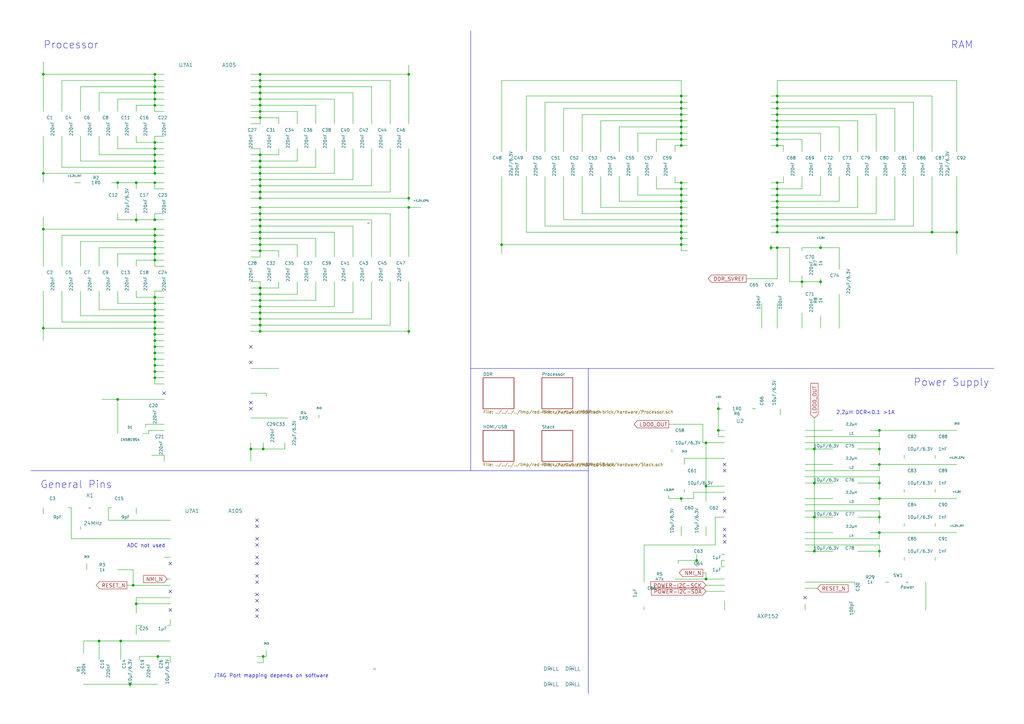
<source format=kicad_sch>
(kicad_sch (version 20230121) (generator eeschema)
  (paper "A3")
  (title_block (title "RED Brick") (date "2017-07-07") (rev "1.0") (company "Tinkerforge GmbH") (comment 1 "Licensed under CERN OHL v.1.1") (comment 2 "Copyright (©) 2017, B.Nordmeyer <bastian@tinkerforge.com>"))
  (junction (at 106.68 71.12))
  (junction (at 279.4 59.69))
  (junction (at 279.4 92.71))
  (junction (at 63.5 154.94))
  (junction (at 318.77 74.93))
  (junction (at 63.5 104.14))
  (junction (at 106.68 35.56))
  (junction (at 318.77 44.45))
  (junction (at 279.4 54.61))
  (junction (at 106.68 95.25))
  (junction (at 63.5 134.62))
  (junction (at 318.77 85.09))
  (junction (at 106.68 92.71))
  (junction (at 318.77 59.69))
  (junction (at 106.68 81.28))
  (junction (at 334.01 198.12))
  (junction (at 63.5 35.56))
  (junction (at 63.5 63.5))
  (junction (at 318.77 77.47))
  (junction (at 279.4 74.93))
  (junction (at 48.26 163.83))
  (junction (at 63.5 30.48))
  (junction (at 318.77 39.37))
  (junction (at 360.68 204.47))
  (junction (at 106.68 128.27))
  (junction (at 167.64 30.48))
  (junction (at 106.68 33.02))
  (junction (at 63.5 149.86))
  (junction (at 279.4 49.53))
  (junction (at 63.5 101.6))
  (junction (at 106.68 40.64))
  (junction (at 106.68 66.04))
  (junction (at 107.95 269.24))
  (junction (at 64.77 269.24))
  (junction (at 205.74 100.33))
  (junction (at 279.4 82.55))
  (junction (at 294.64 176.53))
  (junction (at 106.68 133.35))
  (junction (at 49.53 262.89))
  (junction (at 318.77 46.99))
  (junction (at 17.78 30.48))
  (junction (at 360.68 176.53))
  (junction (at 279.4 39.37))
  (junction (at 106.68 130.81))
  (junction (at 63.5 129.54))
  (junction (at 63.5 74.93))
  (junction (at 63.5 90.17))
  (junction (at 63.5 106.68))
  (junction (at 279.4 46.99))
  (junction (at 63.5 124.46))
  (junction (at 106.68 48.26))
  (junction (at 318.77 57.15))
  (junction (at 167.64 135.89))
  (junction (at 106.68 45.72))
  (junction (at 106.68 97.79))
  (junction (at 279.4 77.47))
  (junction (at 382.27 95.25))
  (junction (at 63.5 38.1))
  (junction (at 63.5 137.16))
  (junction (at 392.43 95.25))
  (junction (at 107.95 184.15))
  (junction (at 294.64 167.64))
  (junction (at 336.55 115.57))
  (junction (at 318.77 41.91))
  (junction (at 63.5 127))
  (junction (at 318.77 54.61))
  (junction (at 106.68 100.33))
  (junction (at 106.68 102.87))
  (junction (at 63.5 99.06))
  (junction (at 17.78 71.12))
  (junction (at 328.93 115.57))
  (junction (at 279.4 80.01))
  (junction (at 63.5 139.7))
  (junction (at 279.4 90.17))
  (junction (at 63.5 60.96))
  (junction (at 318.77 101.6))
  (junction (at 63.5 58.42))
  (junction (at 318.77 80.01))
  (junction (at 360.68 212.09))
  (junction (at 63.5 93.98))
  (junction (at 360.68 184.15))
  (junction (at 106.68 43.18))
  (junction (at 106.68 118.11))
  (junction (at 279.4 85.09))
  (junction (at 63.5 40.64))
  (junction (at 106.68 63.5))
  (junction (at 106.68 120.65))
  (junction (at 316.23 101.6))
  (junction (at 106.68 78.74))
  (junction (at 289.56 181.61))
  (junction (at 289.56 237.49))
  (junction (at 279.4 41.91))
  (junction (at 63.5 71.12))
  (junction (at 167.64 81.28))
  (junction (at 106.68 85.09))
  (junction (at 360.68 218.44))
  (junction (at 167.64 85.09))
  (junction (at 48.26 74.93))
  (junction (at 318.77 82.55))
  (junction (at 279.4 57.15))
  (junction (at 360.68 198.12))
  (junction (at 106.68 30.48))
  (junction (at 106.68 90.17))
  (junction (at 318.77 87.63))
  (junction (at 55.88 247.65))
  (junction (at 279.4 44.45))
  (junction (at 360.68 226.06))
  (junction (at 279.4 95.25))
  (junction (at 55.88 90.17))
  (junction (at 63.5 132.08))
  (junction (at 106.68 125.73))
  (junction (at 285.75 229.87))
  (junction (at 318.77 52.07))
  (junction (at 334.01 226.06))
  (junction (at 54.61 240.03))
  (junction (at 360.68 190.5))
  (junction (at 334.01 212.09))
  (junction (at 63.5 96.52))
  (junction (at 106.68 123.19))
  (junction (at 336.55 101.6))
  (junction (at 334.01 184.15))
  (junction (at 63.5 43.18))
  (junction (at 106.68 87.63))
  (junction (at 53.34 280.67))
  (junction (at 318.77 92.71))
  (junction (at 106.68 73.66))
  (junction (at 318.77 49.53))
  (junction (at 279.4 52.07))
  (junction (at 279.4 100.33))
  (junction (at 279.4 204.47))
  (junction (at 63.5 144.78))
  (junction (at 106.68 68.58))
  (junction (at 318.77 95.25))
  (junction (at 63.5 142.24))
  (junction (at 63.5 68.58))
  (junction (at 63.5 152.4))
  (junction (at 63.5 33.02))
  (junction (at 106.68 76.2))
  (junction (at 102.87 184.15))
  (junction (at 17.78 134.62))
  (junction (at 279.4 97.79))
  (junction (at 63.5 147.32))
  (junction (at 289.56 199.39))
  (junction (at 63.5 121.92))
  (junction (at 279.4 87.63))
  (junction (at 63.5 66.04))
  (junction (at 106.68 38.1))
  (junction (at 318.77 90.17))
  (junction (at 17.78 93.98))
  (junction (at 106.68 135.89))
  (junction (at 55.88 74.93))
  (junction (at 40.64 262.89))
  (no_connect (at 330.2 245.11))
  (no_connect (at 102.87 167.64))
  (no_connect (at 105.41 238.76))
  (no_connect (at 67.31 161.29))
  (no_connect (at 297.18 222.25))
  (no_connect (at 69.85 231.14))
  (no_connect (at 69.85 250.19))
  (no_connect (at 102.87 165.1))
  (no_connect (at 105.41 220.98))
  (no_connect (at 105.41 252.73))
  (no_connect (at 105.41 228.6))
  (no_connect (at 105.41 215.9))
  (no_connect (at 102.87 142.24))
  (no_connect (at 105.41 223.52))
  (no_connect (at 297.18 193.04))
  (no_connect (at 297.18 209.55))
  (no_connect (at 105.41 246.38))
  (no_connect (at 297.18 204.47))
  (no_connect (at 105.41 236.22))
  (no_connect (at 105.41 213.36))
  (no_connect (at 297.18 217.17))
  (no_connect (at 297.18 190.5))
  (no_connect (at 69.85 242.57))
  (no_connect (at 105.41 231.14))
  (no_connect (at 105.41 243.84))
  (no_connect (at 102.87 148.59))
  (no_connect (at 105.41 250.19))
  (no_connect (at 297.18 219.71))
  (wire (pts (xy 17.78 93.98) (xy 17.78 109.22)))
  (wire (pts (xy 55.88 87.63) (xy 55.88 90.17)))
  (wire (pts (xy 152.4 130.81) (xy 152.4 115.57)))
  (wire (pts (xy 318.77 114.3) (xy 318.77 101.6)))
  (wire (pts (xy 102.87 120.65) (xy 106.68 120.65)))
  (wire (pts (xy 279.4 90.17) (xy 279.4 92.71)))
  (wire (pts (xy 106.68 73.66) (xy 144.78 73.66)))
  (wire (pts (xy 167.64 135.89) (xy 167.64 137.16)))
  (wire (pts (xy 33.02 66.04) (xy 33.02 55.88)))
  (wire (pts (xy 280.67 187.96) (xy 297.18 187.96)))
  (wire (pts (xy 328.93 57.15) (xy 328.93 62.23)))
  (wire (pts (xy 102.87 90.17) (xy 106.68 90.17)))
  (wire (pts (xy 238.76 87.63) (xy 238.76 72.39)))
  (wire (pts (xy 316.23 87.63) (xy 318.77 87.63)))
  (wire (pts (xy 316.23 57.15) (xy 318.77 57.15)))
  (wire (pts (xy 63.5 35.56) (xy 33.02 35.56)))
  (wire (pts (xy 69.85 245.11) (xy 55.88 245.11)))
  (wire (pts (xy 279.4 100.33) (xy 281.94 100.33)))
  (wire (pts (xy 106.68 43.18) (xy 106.68 45.72)))
  (wire (pts (xy 106.68 125.73) (xy 137.16 125.73)))
  (wire (pts (xy 223.52 92.71) (xy 223.52 72.39)))
  (wire (pts (xy 344.17 82.55) (xy 344.17 72.39)))
  (wire (pts (xy 102.87 128.27) (xy 106.68 128.27)))
  (wire (pts (xy 106.68 76.2) (xy 106.68 78.74)))
  (wire (pts (xy 374.65 92.71) (xy 374.65 72.39)))
  (wire (pts (xy 360.68 181.61) (xy 360.68 184.15)))
  (wire (pts (xy 129.54 43.18) (xy 129.54 50.8)))
  (wire (pts (xy 281.94 77.47) (xy 279.4 77.47)))
  (wire (pts (xy 29.21 208.28) (xy 27.94 208.28)))
  (wire (pts (xy 34.29 262.89) (xy 40.64 262.89)))
  (wire (pts (xy 279.4 90.17) (xy 231.14 90.17)))
  (wire (pts (xy 67.31 154.94) (xy 63.5 154.94)))
  (wire (pts (xy 45.72 74.93) (xy 48.26 74.93)))
  (polyline (pts (xy 241.3 151.13) (xy 241.3 284.48)))
  (wire (pts (xy 280.67 201.93) (xy 280.67 200.66)))
  (wire (pts (xy 67.31 147.32) (xy 63.5 147.32)))
  (wire (pts (xy 63.5 40.64) (xy 63.5 43.18)))
  (wire (pts (xy 279.4 49.53) (xy 279.4 52.07)))
  (wire (pts (xy 318.77 74.93) (xy 318.77 77.47)))
  (wire (pts (xy 160.02 60.96) (xy 160.02 78.74)))
  (wire (pts (xy 144.78 38.1) (xy 144.78 50.8)))
  (wire (pts (xy 106.68 48.26) (xy 114.3 48.26)))
  (wire (pts (xy 223.52 41.91) (xy 223.52 62.23)))
  (wire (pts (xy 392.43 95.25) (xy 392.43 72.39)))
  (wire (pts (xy 367.03 90.17) (xy 367.03 72.39)))
  (wire (pts (xy 17.78 25.4) (xy 17.78 30.48)))
  (wire (pts (xy 167.64 85.09) (xy 172.72 85.09)))
  (wire (pts (xy 67.31 142.24) (xy 63.5 142.24)))
  (wire (pts (xy 279.4 80.01) (xy 261.62 80.01)))
  (wire (pts (xy 281.94 44.45) (xy 279.4 44.45)))
  (wire (pts (xy 63.5 96.52) (xy 25.4 96.52)))
  (wire (pts (xy 55.88 106.68) (xy 55.88 109.22)))
  (wire (pts (xy 33.02 217.17) (xy 33.02 215.9)))
  (wire (pts (xy 350.52 238.76) (xy 350.52 240.03)))
  (wire (pts (xy 328.93 134.62) (xy 328.93 128.27)))
  (wire (pts (xy 297.18 242.57) (xy 289.56 242.57)))
  (wire (pts (xy 360.68 195.58) (xy 360.68 198.12)))
  (wire (pts (xy 370.84 215.9) (xy 370.84 214.63)))
  (wire (pts (xy 281.94 52.07) (xy 279.4 52.07)))
  (wire (pts (xy 67.31 106.68) (xy 63.5 106.68)))
  (wire (pts (xy 152.4 90.17) (xy 152.4 105.41)))
  (wire (pts (xy 48.26 60.96) (xy 48.26 55.88)))
  (wire (pts (xy 316.23 90.17) (xy 318.77 90.17)))
  (wire (pts (xy 106.68 87.63) (xy 106.68 90.17)))
  (wire (pts (xy 281.94 82.55) (xy 279.4 82.55)))
  (wire (pts (xy 63.5 90.17) (xy 67.31 90.17)))
  (wire (pts (xy 106.68 45.72) (xy 106.68 48.26)))
  (wire (pts (xy 63.5 58.42) (xy 63.5 60.96)))
  (wire (pts (xy 63.5 58.42) (xy 55.88 58.42)))
  (wire (pts (xy 102.87 151.13) (xy 114.3 151.13)))
  (wire (pts (xy 261.62 80.01) (xy 261.62 72.39)))
  (wire (pts (xy 63.5 147.32) (xy 63.5 149.86)))
  (wire (pts (xy 279.4 82.55) (xy 279.4 85.09)))
  (wire (pts (xy 63.5 157.48) (xy 67.31 157.48)))
  (wire (pts (xy 330.2 226.06) (xy 334.01 226.06)))
  (wire (pts (xy 334.01 198.12) (xy 334.01 212.09)))
  (wire (pts (xy 318.77 41.91) (xy 374.65 41.91)))
  (wire (pts (xy 106.68 97.79) (xy 106.68 100.33)))
  (wire (pts (xy 279.4 46.99) (xy 279.4 49.53)))
  (wire (pts (xy 63.5 63.5) (xy 40.64 63.5)))
  (wire (pts (xy 261.62 54.61) (xy 261.62 62.23)))
  (wire (pts (xy 63.5 142.24) (xy 63.5 144.78)))
  (wire (pts (xy 285.75 229.87) (xy 278.13 229.87)))
  (wire (pts (xy 30.48 74.93) (xy 33.02 74.93)))
  (wire (pts (xy 105.41 271.78) (xy 107.95 271.78)))
  (wire (pts (xy 25.4 33.02) (xy 25.4 45.72)))
  (wire (pts (xy 316.23 44.45) (xy 318.77 44.45)))
  (wire (pts (xy 318.77 44.45) (xy 367.03 44.45)))
  (wire (pts (xy 318.77 52.07) (xy 344.17 52.07)))
  (wire (pts (xy 35.56 233.68) (xy 35.56 231.14)))
  (wire (pts (xy 48.26 124.46) (xy 48.26 119.38)))
  (wire (pts (xy 351.79 184.15) (xy 360.68 184.15)))
  (wire (pts (xy 63.5 132.08) (xy 25.4 132.08)))
  (wire (pts (xy 318.77 77.47) (xy 318.77 80.01)))
  (wire (pts (xy 295.91 232.41) (xy 297.18 232.41)))
  (wire (pts (xy 48.26 104.14) (xy 48.26 109.22)))
  (wire (pts (xy 129.54 97.79) (xy 129.54 105.41)))
  (wire (pts (xy 107.95 269.24) (xy 109.22 269.24)))
  (wire (pts (xy 281.94 74.93) (xy 279.4 74.93)))
  (wire (pts (xy 279.4 205.74) (xy 279.4 204.47)))
  (wire (pts (xy 114.3 118.11) (xy 114.3 115.57)))
  (wire (pts (xy 17.78 134.62) (xy 17.78 139.7)))
  (wire (pts (xy 48.26 40.64) (xy 48.26 45.72)))
  (wire (pts (xy 48.26 163.83) (xy 41.91 163.83)))
  (wire (pts (xy 25.4 132.08) (xy 25.4 119.38)))
  (wire (pts (xy 67.31 132.08) (xy 63.5 132.08)))
  (wire (pts (xy 318.77 59.69) (xy 321.31 59.69)))
  (wire (pts (xy 274.32 203.2) (xy 274.32 204.47)))
  (wire (pts (xy 289.56 240.03) (xy 297.18 240.03)))
  (wire (pts (xy 279.4 41.91) (xy 279.4 44.45)))
  (wire (pts (xy 102.87 92.71) (xy 106.68 92.71)))
  (wire (pts (xy 334.01 226.06) (xy 341.63 226.06)))
  (wire (pts (xy 102.87 81.28) (xy 106.68 81.28)))
  (wire (pts (xy 330.2 250.19) (xy 330.2 247.65)))
  (wire (pts (xy 167.64 81.28) (xy 167.64 60.96)))
  (wire (pts (xy 63.5 66.04) (xy 63.5 68.58)))
  (wire (pts (xy 63.5 99.06) (xy 63.5 101.6)))
  (wire (pts (xy 238.76 46.99) (xy 238.76 62.23)))
  (wire (pts (xy 152.4 76.2) (xy 152.4 60.96)))
  (wire (pts (xy 383.54 187.96) (xy 383.54 186.69)))
  (wire (pts (xy 63.5 35.56) (xy 63.5 38.1)))
  (wire (pts (xy 318.77 80.01) (xy 318.77 82.55)))
  (wire (pts (xy 281.94 85.09) (xy 279.4 85.09)))
  (wire (pts (xy 289.56 181.61) (xy 289.56 199.39)))
  (wire (pts (xy 316.23 74.93) (xy 318.77 74.93)))
  (wire (pts (xy 144.78 92.71) (xy 144.78 105.41)))
  (wire (pts (xy 106.68 102.87) (xy 106.68 105.41)))
  (wire (pts (xy 106.68 130.81) (xy 106.68 133.35)))
  (wire (pts (xy 102.87 135.89) (xy 106.68 135.89)))
  (wire (pts (xy 274.32 173.99) (xy 288.29 173.99)))
  (wire (pts (xy 289.56 199.39) (xy 289.56 205.74)))
  (wire (pts (xy 279.4 77.47) (xy 269.24 77.47)))
  (wire (pts (xy 316.23 52.07) (xy 318.77 52.07)))
  (wire (pts (xy 279.4 57.15) (xy 269.24 57.15)))
  (wire (pts (xy 279.4 54.61) (xy 279.4 57.15)))
  (wire (pts (xy 63.5 101.6) (xy 40.64 101.6)))
  (wire (pts (xy 67.31 99.06) (xy 63.5 99.06)))
  (wire (pts (xy 67.31 139.7) (xy 63.5 139.7)))
  (wire (pts (xy 102.87 43.18) (xy 106.68 43.18)))
  (wire (pts (xy 276.86 59.69) (xy 276.86 62.23)))
  (wire (pts (xy 63.5 63.5) (xy 63.5 66.04)))
  (wire (pts (xy 63.5 127) (xy 40.64 127)))
  (wire (pts (xy 102.87 130.81) (xy 106.68 130.81)))
  (wire (pts (xy 383.54 229.87) (xy 383.54 228.6)))
  (wire (pts (xy 63.5 38.1) (xy 63.5 40.64)))
  (wire (pts (xy 360.68 204.47) (xy 360.68 207.01)))
  (wire (pts (xy 344.17 52.07) (xy 344.17 62.23)))
  (wire (pts (xy 318.77 49.53) (xy 351.79 49.53)))
  (wire (pts (xy 102.87 95.25) (xy 106.68 95.25)))
  (wire (pts (xy 102.87 76.2) (xy 106.68 76.2)))
  (wire (pts (xy 295.91 229.87) (xy 295.91 232.41)))
  (wire (pts (xy 330.2 204.47) (xy 341.63 204.47)))
  (wire (pts (xy 106.68 38.1) (xy 106.68 40.64)))
  (wire (pts (xy 63.5 96.52) (xy 63.5 99.06)))
  (wire (pts (xy 318.77 90.17) (xy 318.77 92.71)))
  (wire (pts (xy 33.02 99.06) (xy 33.02 109.22)))
  (wire (pts (xy 54.61 240.03) (xy 54.61 233.68)))
  (wire (pts (xy 359.41 46.99) (xy 359.41 62.23)))
  (wire (pts (xy 330.2 218.44) (xy 341.63 218.44)))
  (wire (pts (xy 316.23 59.69) (xy 318.77 59.69)))
  (wire (pts (xy 106.68 66.04) (xy 106.68 68.58)))
  (wire (pts (xy 114.3 48.26) (xy 114.3 50.8)))
  (wire (pts (xy 215.9 95.25) (xy 215.9 72.39)))
  (wire (pts (xy 55.88 247.65) (xy 55.88 251.46)))
  (wire (pts (xy 167.64 26.67) (xy 167.64 30.48)))
  (wire (pts (xy 102.87 45.72) (xy 106.68 45.72)))
  (wire (pts (xy 279.4 39.37) (xy 279.4 41.91)))
  (wire (pts (xy 69.85 213.36) (xy 44.45 213.36)))
  (wire (pts (xy 17.78 71.12) (xy 17.78 74.93)))
  (wire (pts (xy 48.26 90.17) (xy 55.88 90.17)))
  (wire (pts (xy 279.4 49.53) (xy 246.38 49.53)))
  (wire (pts (xy 106.68 30.48) (xy 167.64 30.48)))
  (wire (pts (xy 106.68 60.96) (xy 106.68 63.5)))
  (wire (pts (xy 279.4 92.71) (xy 223.52 92.71)))
  (wire (pts (xy 106.68 100.33) (xy 106.68 102.87)))
  (wire (pts (xy 279.4 102.87) (xy 281.94 102.87)))
  (wire (pts (xy 351.79 49.53) (xy 351.79 62.23)))
  (wire (pts (xy 279.4 85.09) (xy 246.38 85.09)))
  (wire (pts (xy 360.68 218.44) (xy 360.68 220.98)))
  (wire (pts (xy 359.41 87.63) (xy 359.41 72.39)))
  (wire (pts (xy 330.2 198.12) (xy 334.01 198.12)))
  (wire (pts (xy 105.41 269.24) (xy 107.95 269.24)))
  (wire (pts (xy 106.68 48.26) (xy 106.68 50.8)))
  (wire (pts (xy 55.88 245.11) (xy 55.88 247.65)))
  (wire (pts (xy 40.64 101.6) (xy 40.64 109.22)))
  (wire (pts (xy 360.68 204.47) (xy 392.43 204.47)))
  (wire (pts (xy 370.84 229.87) (xy 370.84 228.6)))
  (wire (pts (xy 67.31 121.92) (xy 63.5 121.92)))
  (wire (pts (xy 318.77 85.09) (xy 351.79 85.09)))
  (wire (pts (xy 279.4 92.71) (xy 279.4 95.25)))
  (wire (pts (xy 67.31 63.5) (xy 63.5 63.5)))
  (wire (pts (xy 63.5 124.46) (xy 63.5 127)))
  (wire (pts (xy 318.77 49.53) (xy 318.77 52.07)))
  (wire (pts (xy 67.31 33.02) (xy 63.5 33.02)))
  (wire (pts (xy 360.68 176.53) (xy 360.68 179.07)))
  (wire (pts (xy 294.64 179.07) (xy 297.18 179.07)))
  (wire (pts (xy 52.07 240.03) (xy 54.61 240.03)))
  (wire (pts (xy 279.4 95.25) (xy 279.4 97.79)))
  (wire (pts (xy 40.64 262.89) (xy 49.53 262.89)))
  (wire (pts (xy 25.4 68.58) (xy 25.4 55.88)))
  (wire (pts (xy 231.14 44.45) (xy 231.14 62.23)))
  (wire (pts (xy 63.5 129.54) (xy 33.02 129.54)))
  (wire (pts (xy 106.68 123.19) (xy 129.54 123.19)))
  (wire (pts (xy 106.68 63.5) (xy 114.3 63.5)))
  (wire (pts (xy 318.77 80.01) (xy 336.55 80.01)))
  (wire (pts (xy 323.85 115.57) (xy 328.93 115.57)))
  (wire (pts (xy 63.5 144.78) (xy 63.5 147.32)))
  (wire (pts (xy 102.87 184.15) (xy 102.87 189.23)))
  (wire (pts (xy 279.4 44.45) (xy 279.4 46.99)))
  (wire (pts (xy 69.85 269.24) (xy 69.85 271.78)))
  (wire (pts (xy 316.23 39.37) (xy 318.77 39.37)))
  (wire (pts (xy 167.64 115.57) (xy 167.64 135.89)))
  (wire (pts (xy 67.31 55.88) (xy 63.5 55.88)))
  (wire (pts (xy 318.77 74.93) (xy 321.31 74.93)))
  (wire (pts (xy 167.64 30.48) (xy 167.64 50.8)))
  (wire (pts (xy 318.77 82.55) (xy 318.77 85.09)))
  (wire (pts (xy 279.4 97.79) (xy 279.4 100.33)))
  (wire (pts (xy 316.23 49.53) (xy 318.77 49.53)))
  (wire (pts (xy 279.4 95.25) (xy 215.9 95.25)))
  (wire (pts (xy 328.93 77.47) (xy 328.93 72.39)))
  (wire (pts (xy 67.31 58.42) (xy 63.5 58.42)))
  (wire (pts (xy 106.68 45.72) (xy 121.92 45.72)))
  (wire (pts (xy 102.87 102.87) (xy 106.68 102.87)))
  (wire (pts (xy 297.18 212.09) (xy 293.37 212.09)))
  (wire (pts (xy 53.34 280.67) (xy 53.34 281.94)))
  (wire (pts (xy 59.69 173.99) (xy 59.69 175.26)))
  (wire (pts (xy 106.68 33.02) (xy 106.68 35.56)))
  (wire (pts (xy 295.91 167.64) (xy 294.64 167.64)))
  (polyline (pts (xy 193.04 12.7) (xy 193.04 193.04)))
  (wire (pts (xy 316.23 41.91) (xy 318.77 41.91)))
  (wire (pts (xy 382.27 39.37) (xy 382.27 62.23)))
  (wire (pts (xy 102.87 73.66) (xy 106.68 73.66)))
  (wire (pts (xy 63.5 60.96) (xy 63.5 63.5)))
  (wire (pts (xy 281.94 59.69) (xy 279.4 59.69)))
  (wire (pts (xy 294.64 167.64) (xy 294.64 176.53)))
  (wire (pts (xy 323.85 101.6) (xy 323.85 115.57)))
  (wire (pts (xy 102.87 48.26) (xy 106.68 48.26)))
  (wire (pts (xy 281.94 57.15) (xy 279.4 57.15)))
  (wire (pts (xy 60.96 177.8) (xy 60.96 176.53)))
  (wire (pts (xy 330.2 212.09) (xy 334.01 212.09)))
  (wire (pts (xy 318.77 57.15) (xy 328.93 57.15)))
  (wire (pts (xy 114.3 63.5) (xy 114.3 60.96)))
  (wire (pts (xy 17.78 30.48) (xy 17.78 45.72)))
  (polyline (pts (xy 12.7 193.04) (xy 241.3 193.04)))
  (wire (pts (xy 64.77 269.24) (xy 64.77 270.51)))
  (wire (pts (xy 63.5 30.48) (xy 17.78 30.48)))
  (wire (pts (xy 106.68 92.71) (xy 106.68 95.25)))
  (wire (pts (xy 392.43 33.02) (xy 318.77 33.02)))
  (wire (pts (xy 102.87 66.04) (xy 106.68 66.04)))
  (wire (pts (xy 254 52.07) (xy 254 62.23)))
  (wire (pts (xy 109.22 269.24) (xy 109.22 266.7)))
  (wire (pts (xy 69.85 254) (xy 69.85 256.54)))
  (wire (pts (xy 279.4 52.07) (xy 254 52.07)))
  (wire (pts (xy 106.68 40.64) (xy 137.16 40.64)))
  (wire (pts (xy 67.31 104.14) (xy 63.5 104.14)))
  (wire (pts (xy 360.68 198.12) (xy 360.68 200.66)))
  (wire (pts (xy 116.84 184.15) (xy 116.84 181.61)))
  (wire (pts (xy 57.15 269.24) (xy 64.77 269.24)))
  (wire (pts (xy 246.38 85.09) (xy 246.38 72.39)))
  (wire (pts (xy 106.68 133.35) (xy 160.02 133.35)))
  (wire (pts (xy 63.5 134.62) (xy 63.5 137.16)))
  (wire (pts (xy 167.64 82.55) (xy 167.64 81.28)))
  (wire (pts (xy 106.68 90.17) (xy 106.68 92.71)))
  (wire (pts (xy 106.68 85.09) (xy 106.68 87.63)))
  (wire (pts (xy 129.54 68.58) (xy 129.54 60.96)))
  (wire (pts (xy 360.68 218.44) (xy 392.43 218.44)))
  (wire (pts (xy 285.75 227.33) (xy 285.75 229.87)))
  (wire (pts (xy 106.68 43.18) (xy 129.54 43.18)))
  (wire (pts (xy 25.4 96.52) (xy 25.4 109.22)))
  (wire (pts (xy 63.5 104.14) (xy 48.26 104.14)))
  (wire (pts (xy 106.68 81.28) (xy 167.64 81.28)))
  (wire (pts (xy 63.5 101.6) (xy 63.5 104.14)))
  (wire (pts (xy 63.5 66.04) (xy 33.02 66.04)))
  (wire (pts (xy 106.68 123.19) (xy 106.68 125.73)))
  (wire (pts (xy 40.64 63.5) (xy 40.64 55.88)))
  (wire (pts (xy 334.01 171.45) (xy 334.01 184.15)))
  (wire (pts (xy 63.5 121.92) (xy 63.5 124.46)))
  (wire (pts (xy 281.94 41.91) (xy 279.4 41.91)))
  (wire (pts (xy 67.31 93.98) (xy 63.5 93.98)))
  (wire (pts (xy 318.77 124.46) (xy 318.77 134.62)))
  (wire (pts (xy 67.31 119.38) (xy 63.5 119.38)))
  (wire (pts (xy 55.88 256.54) (xy 55.88 260.35)))
  (wire (pts (xy 328.93 101.6) (xy 336.55 101.6)))
  (wire (pts (xy 274.32 204.47) (xy 279.4 204.47)))
  (wire (pts (xy 106.68 128.27) (xy 144.78 128.27)))
  (wire (pts (xy 318.77 92.71) (xy 374.65 92.71)))
  (wire (pts (xy 48.26 74.93) (xy 55.88 74.93)))
  (wire (pts (xy 328.93 113.03) (xy 328.93 115.57)))
  (wire (pts (xy 341.63 184.15) (xy 334.01 184.15)))
  (wire (pts (xy 63.5 43.18) (xy 63.5 45.72)))
  (wire (pts (xy 106.68 33.02) (xy 160.02 33.02)))
  (wire (pts (xy 328.93 115.57) (xy 328.93 118.11)))
  (wire (pts (xy 121.92 120.65) (xy 121.92 115.57)))
  (wire (pts (xy 306.07 114.3) (xy 318.77 114.3)))
  (wire (pts (xy 34.29 267.97) (xy 34.29 262.89)))
  (wire (pts (xy 109.22 161.29) (xy 109.22 162.56)))
  (wire (pts (xy 63.5 33.02) (xy 63.5 35.56)))
  (wire (pts (xy 106.68 73.66) (xy 106.68 76.2)))
  (wire (pts (xy 294.64 176.53) (xy 297.18 176.53)))
  (wire (pts (xy 67.31 66.04) (xy 63.5 66.04)))
  (wire (pts (xy 279.4 77.47) (xy 279.4 80.01)))
  (wire (pts (xy 318.77 82.55) (xy 344.17 82.55)))
  (wire (pts (xy 312.42 124.46) (xy 312.42 134.62)))
  (wire (pts (xy 351.79 198.12) (xy 360.68 198.12)))
  (wire (pts (xy 67.31 134.62) (xy 63.5 134.62)))
  (wire (pts (xy 281.94 92.71) (xy 279.4 92.71)))
  (wire (pts (xy 67.31 152.4) (xy 63.5 152.4)))
  (wire (pts (xy 48.26 177.8) (xy 48.26 163.83)))
  (wire (pts (xy 63.5 93.98) (xy 63.5 96.52)))
  (wire (pts (xy 279.4 87.63) (xy 238.76 87.63)))
  (wire (pts (xy 130.81 171.45) (xy 130.81 170.18)))
  (wire (pts (xy 67.31 60.96) (xy 63.5 60.96)))
  (wire (pts (xy 360.68 190.5) (xy 392.43 190.5)))
  (wire (pts (xy 316.23 100.33) (xy 316.23 101.6)))
  (wire (pts (xy 293.37 223.52) (xy 264.16 223.52)))
  (wire (pts (xy 121.92 100.33) (xy 121.92 105.41)))
  (wire (pts (xy 102.87 125.73) (xy 106.68 125.73)))
  (wire (pts (xy 344.17 101.6) (xy 344.17 110.49)))
  (wire (pts (xy 55.88 90.17) (xy 55.88 91.44)))
  (wire (pts (xy 167.64 85.09) (xy 167.64 105.41)))
  (wire (pts (xy 63.5 132.08) (xy 63.5 134.62)))
  (wire (pts (xy 63.5 134.62) (xy 17.78 134.62)))
  (wire (pts (xy 106.68 92.71) (xy 144.78 92.71)))
  (wire (pts (xy 102.87 184.15) (xy 107.95 184.15)))
  (wire (pts (xy 63.5 104.14) (xy 63.5 106.68)))
  (wire (pts (xy 205.74 100.33) (xy 279.4 100.33)))
  (wire (pts (xy 63.5 33.02) (xy 25.4 33.02)))
  (wire (pts (xy 33.02 35.56) (xy 33.02 45.72)))
  (wire (pts (xy 334.01 212.09) (xy 341.63 212.09)))
  (wire (pts (xy 63.5 127) (xy 63.5 129.54)))
  (wire (pts (xy 137.16 125.73) (xy 137.16 115.57)))
  (wire (pts (xy 106.68 87.63) (xy 160.02 87.63)))
  (wire (pts (xy 106.68 71.12) (xy 137.16 71.12)))
  (wire (pts (xy 309.88 167.64) (xy 308.61 167.64)))
  (wire (pts (xy 278.13 229.87) (xy 278.13 231.14)))
  (wire (pts (xy 129.54 123.19) (xy 129.54 115.57)))
  (wire (pts (xy 374.65 41.91) (xy 374.65 62.23)))
  (wire (pts (xy 106.68 66.04) (xy 121.92 66.04)))
  (wire (pts (xy 67.31 68.58) (xy 63.5 68.58)))
  (wire (pts (xy 318.77 54.61) (xy 318.77 57.15)))
  (wire (pts (xy 114.3 102.87) (xy 114.3 105.41)))
  (wire (pts (xy 279.4 52.07) (xy 279.4 54.61)))
  (wire (pts (xy 107.95 271.78) (xy 107.95 269.24)))
  (wire (pts (xy 318.77 41.91) (xy 318.77 44.45)))
  (wire (pts (xy 63.5 55.88) (xy 63.5 58.42)))
  (wire (pts (xy 67.31 137.16) (xy 63.5 137.16)))
  (wire (pts (xy 284.48 201.93) (xy 297.18 201.93)))
  (wire (pts (xy 63.5 77.47) (xy 67.31 77.47)))
  (wire (pts (xy 246.38 49.53) (xy 246.38 62.23)))
  (wire (pts (xy 254 82.55) (xy 254 72.39)))
  (wire (pts (xy 275.59 185.42) (xy 275.59 184.15)))
  (wire (pts (xy 279.4 204.47) (xy 284.48 204.47)))
  (wire (pts (xy 336.55 115.57) (xy 336.55 114.3)))
  (wire (pts (xy 330.2 190.5) (xy 341.63 190.5)))
  (wire (pts (xy 102.87 63.5) (xy 106.68 63.5)))
  (wire (pts (xy 318.77 101.6) (xy 323.85 101.6)))
  (wire (pts (xy 316.23 82.55) (xy 318.77 82.55)))
  (wire (pts (xy 102.87 85.09) (xy 106.68 85.09)))
  (wire (pts (xy 67.31 149.86) (xy 63.5 149.86)))
  (wire (pts (xy 106.68 78.74) (xy 106.68 81.28)))
  (wire (pts (xy 121.92 45.72) (xy 121.92 50.8)))
  (wire (pts (xy 67.31 87.63) (xy 63.5 87.63)))
  (wire (pts (xy 34.29 280.67) (xy 53.34 280.67)))
  (wire (pts (xy 106.68 95.25) (xy 106.68 97.79)))
  (wire (pts (xy 106.68 68.58) (xy 129.54 68.58)))
  (wire (pts (xy 318.77 39.37) (xy 318.77 41.91)))
  (wire (pts (xy 295.91 227.33) (xy 297.18 227.33)))
  (wire (pts (xy 288.29 234.95) (xy 289.56 234.95)))
  (wire (pts (xy 281.94 95.25) (xy 279.4 95.25)))
  (wire (pts (xy 318.77 95.25) (xy 382.27 95.25)))
  (wire (pts (xy 318.77 87.63) (xy 359.41 87.63)))
  (wire (pts (xy 205.74 100.33) (xy 205.74 72.39)))
  (wire (pts (xy 279.4 74.93) (xy 279.4 77.47)))
  (wire (pts (xy 60.96 176.53) (xy 67.31 176.53)))
  (wire (pts (xy 279.4 39.37) (xy 215.9 39.37)))
  (wire (pts (xy 106.68 76.2) (xy 152.4 76.2)))
  (wire (pts (xy 102.87 87.63) (xy 106.68 87.63)))
  (wire (pts (xy 356.87 218.44) (xy 360.68 218.44)))
  (wire (pts (xy 336.55 101.6) (xy 336.55 100.33)))
  (wire (pts (xy 276.86 237.49) (xy 289.56 237.49)))
  (wire (pts (xy 63.5 119.38) (xy 63.5 121.92)))
  (wire (pts (xy 67.31 38.1) (xy 63.5 38.1)))
  (wire (pts (xy 102.87 118.11) (xy 106.68 118.11)))
  (wire (pts (xy 55.88 208.28) (xy 55.88 210.82)))
  (wire (pts (xy 102.87 68.58) (xy 106.68 68.58)))
  (wire (pts (xy 382.27 95.25) (xy 382.27 72.39)))
  (wire (pts (xy 53.34 280.67) (xy 64.77 280.67)))
  (wire (pts (xy 383.54 201.93) (xy 383.54 200.66)))
  (wire (pts (xy 316.23 54.61) (xy 318.77 54.61)))
  (wire (pts (xy 63.5 137.16) (xy 63.5 139.7)))
  (wire (pts (xy 58.42 256.54) (xy 55.88 256.54)))
  (wire (pts (xy 63.5 68.58) (xy 25.4 68.58)))
  (wire (pts (xy 360.68 207.01) (xy 330.2 207.01)))
  (wire (pts (xy 29.21 220.98) (xy 69.85 220.98)))
  (wire (pts (xy 356.87 204.47) (xy 360.68 204.47)))
  (wire (pts (xy 102.87 181.61) (xy 102.87 184.15)))
  (wire (pts (xy 321.31 59.69) (xy 321.31 62.23)))
  (wire (pts (xy 63.5 106.68) (xy 63.5 109.22)))
  (wire (pts (xy 288.29 173.99) (xy 288.29 181.61)))
  (wire (pts (xy 67.31 35.56) (xy 63.5 35.56)))
  (wire (pts (xy 63.5 99.06) (xy 33.02 99.06)))
  (wire (pts (xy 318.77 46.99) (xy 359.41 46.99)))
  (wire (pts (xy 106.68 118.11) (xy 114.3 118.11)))
  (wire (pts (xy 318.77 90.17) (xy 367.03 90.17)))
  (wire (pts (xy 281.94 46.99) (xy 279.4 46.99)))
  (wire (pts (xy 356.87 176.53) (xy 360.68 176.53)))
  (wire (pts (xy 318.77 44.45) (xy 318.77 46.99)))
  (wire (pts (xy 68.58 237.49) (xy 69.85 237.49)))
  (wire (pts (xy 55.88 74.93) (xy 63.5 74.93)))
  (wire (pts (xy 106.68 135.89) (xy 167.64 135.89)))
  (wire (pts (xy 102.87 38.1) (xy 106.68 38.1)))
  (wire (pts (xy 334.01 198.12) (xy 341.63 198.12)))
  (wire (pts (xy 106.68 97.79) (xy 129.54 97.79)))
  (wire (pts (xy 392.43 33.02) (xy 392.43 62.23)))
  (wire (pts (xy 280.67 190.5) (xy 280.67 187.96)))
  (wire (pts (xy 351.79 85.09) (xy 351.79 72.39)))
  (wire (pts (xy 63.5 152.4) (xy 63.5 154.94)))
  (wire (pts (xy 383.54 215.9) (xy 383.54 214.63)))
  (wire (pts (xy 297.18 229.87) (xy 295.91 229.87)))
  (wire (pts (xy 318.77 46.99) (xy 318.77 49.53)))
  (wire (pts (xy 33.02 129.54) (xy 33.02 119.38)))
  (wire (pts (xy 370.84 201.93) (xy 370.84 200.66)))
  (wire (pts (xy 63.5 124.46) (xy 48.26 124.46)))
  (wire (pts (xy 63.5 129.54) (xy 63.5 132.08)))
  (wire (pts (xy 106.68 125.73) (xy 106.68 128.27)))
  (wire (pts (xy 63.5 74.93) (xy 67.31 74.93)))
  (wire (pts (xy 69.85 256.54) (xy 68.58 256.54)))
  (wire (pts (xy 54.61 233.68) (xy 48.26 233.68)))
  (wire (pts (xy 67.31 127) (xy 63.5 127)))
  (wire (pts (xy 102.87 161.29) (xy 109.22 161.29)))
  (wire (pts (xy 64.77 269.24) (xy 69.85 269.24)))
  (wire (pts (xy 63.5 109.22) (xy 67.31 109.22)))
  (wire (pts (xy 48.26 90.17) (xy 48.26 87.63)))
  (wire (pts (xy 215.9 39.37) (xy 215.9 62.23)))
  (wire (pts (xy 67.31 71.12) (xy 63.5 71.12)))
  (wire (pts (xy 102.87 100.33) (xy 106.68 100.33)))
  (wire (pts (xy 360.68 223.52) (xy 360.68 226.06)))
  (wire (pts (xy 321.31 74.93) (xy 321.31 72.39)))
  (wire (pts (xy 63.5 30.48) (xy 63.5 33.02)))
  (wire (pts (xy 40.64 262.89) (xy 40.64 270.51)))
  (wire (pts (xy 276.86 74.93) (xy 276.86 72.39)))
  (wire (pts (xy 144.78 73.66) (xy 144.78 60.96)))
  (wire (pts (xy 106.68 78.74) (xy 102.87 78.74)))
  (wire (pts (xy 17.78 119.38) (xy 17.78 134.62)))
  (wire (pts (xy 102.87 40.64) (xy 106.68 40.64)))
  (wire (pts (xy 152.4 35.56) (xy 152.4 50.8)))
  (wire (pts (xy 160.02 87.63) (xy 160.02 105.41)))
  (wire (pts (xy 318.77 92.71) (xy 318.77 95.25)))
  (wire (pts (xy 102.87 71.12) (xy 106.68 71.12)))
  (wire (pts (xy 63.5 154.94) (xy 63.5 157.48)))
  (wire (pts (xy 330.2 238.76) (xy 350.52 238.76)))
  (wire (pts (xy 55.88 90.17) (xy 63.5 90.17)))
  (wire (pts (xy 67.31 43.18) (xy 63.5 43.18)))
  (wire (pts (xy 336.55 54.61) (xy 336.55 62.23)))
  (wire (pts (xy 328.93 115.57) (xy 336.55 115.57)))
  (wire (pts (xy 106.68 40.64) (xy 106.68 43.18)))
  (wire (pts (xy 106.68 50.8) (xy 102.87 50.8)))
  (wire (pts (xy 279.4 54.61) (xy 261.62 54.61)))
  (wire (pts (xy 330.2 195.58) (xy 360.68 195.58)))
  (wire (pts (xy 102.87 97.79) (xy 106.68 97.79)))
  (wire (pts (xy 40.64 38.1) (xy 40.64 45.72)))
  (wire (pts (xy 279.4 82.55) (xy 254 82.55)))
  (wire (pts (xy 49.53 262.89) (xy 69.85 262.89)))
  (wire (pts (xy 49.53 262.89) (xy 49.53 270.51)))
  (wire (pts (xy 67.31 228.6) (xy 69.85 228.6)))
  (wire (pts (xy 106.68 102.87) (xy 114.3 102.87)))
  (wire (pts (xy 54.61 240.03) (xy 69.85 240.03)))
  (wire (pts (xy 67.31 129.54) (xy 63.5 129.54)))
  (wire (pts (xy 63.5 38.1) (xy 40.64 38.1)))
  (wire (pts (xy 330.2 176.53) (xy 341.63 176.53)))
  (wire (pts (xy 63.5 149.86) (xy 63.5 152.4)))
  (wire (pts (xy 360.68 184.15) (xy 360.68 186.69)))
  (wire (pts (xy 55.88 121.92) (xy 55.88 119.38)))
  (wire (pts (xy 351.79 212.09) (xy 360.68 212.09)))
  (wire (pts (xy 137.16 71.12) (xy 137.16 60.96)))
  (wire (pts (xy 360.68 193.04) (xy 330.2 193.04)))
  (wire (pts (xy 360.68 220.98) (xy 330.2 220.98)))
  (wire (pts (xy 281.94 90.17) (xy 279.4 90.17)))
  (wire (pts (xy 160.02 133.35) (xy 160.02 115.57)))
  (wire (pts (xy 293.37 212.09) (xy 293.37 223.52)))
  (wire (pts (xy 106.68 38.1) (xy 144.78 38.1)))
  (wire (pts (xy 63.5 106.68) (xy 55.88 106.68)))
  (wire (pts (xy 279.4 44.45) (xy 231.14 44.45)))
  (wire (pts (xy 297.18 250.19) (xy 297.18 246.38)))
  (wire (pts (xy 63.5 121.92) (xy 55.88 121.92)))
  (wire (pts (xy 106.68 105.41) (xy 102.87 105.41)))
  (wire (pts (xy 382.27 95.25) (xy 392.43 95.25)))
  (wire (pts (xy 63.5 71.12) (xy 17.78 71.12)))
  (wire (pts (xy 137.16 40.64) (xy 137.16 50.8)))
  (wire (pts (xy 48.26 163.83) (xy 67.31 163.83)))
  (wire (pts (xy 57.15 270.51) (xy 57.15 269.24)))
  (wire (pts (xy 67.31 40.64) (xy 63.5 40.64)))
  (wire (pts (xy 67.31 144.78) (xy 63.5 144.78)))
  (wire (pts (xy 367.03 44.45) (xy 367.03 62.23)))
  (wire (pts (xy 279.4 41.91) (xy 223.52 41.91)))
  (wire (pts (xy 294.64 165.1) (xy 294.64 167.64)))
  (wire (pts (xy 106.68 85.09) (xy 167.64 85.09)))
  (wire (pts (xy 106.68 35.56) (xy 106.68 38.1)))
  (wire (pts (xy 364.49 238.76) (xy 363.22 238.76)))
  (wire (pts (xy 279.4 219.71) (xy 279.4 215.9)))
  (wire (pts (xy 316.23 46.99) (xy 318.77 46.99)))
  (wire (pts (xy 294.64 176.53) (xy 294.64 179.07)))
  (wire (pts (xy 205.74 33.02) (xy 279.4 33.02)))
  (wire (pts (xy 231.14 90.17) (xy 231.14 72.39)))
  (wire (pts (xy 107.95 184.15) (xy 116.84 184.15)))
  (wire (pts (xy 55.88 43.18) (xy 55.88 45.72)))
  (wire (pts (xy 67.31 173.99) (xy 59.69 173.99)))
  (wire (pts (xy 289.56 199.39) (xy 297.18 199.39)))
  (wire (pts (xy 137.16 95.25) (xy 137.16 105.41)))
  (wire (pts (xy 67.31 96.52) (xy 63.5 96.52)))
  (wire (pts (xy 106.68 130.81) (xy 152.4 130.81)))
  (wire (pts (xy 269.24 57.15) (xy 269.24 62.23)))
  (wire (pts (xy 370.84 187.96) (xy 370.84 186.69)))
  (wire (pts (xy 67.31 186.69) (xy 62.23 186.69)))
  (wire (pts (xy 281.94 54.61) (xy 279.4 54.61)))
  (wire (pts (xy 40.64 127) (xy 40.64 119.38)))
  (wire (pts (xy 55.88 58.42) (xy 55.88 55.88)))
  (wire (pts (xy 102.87 30.48) (xy 106.68 30.48)))
  (wire (pts (xy 279.4 57.15) (xy 279.4 59.69)))
  (wire (pts (xy 67.31 101.6) (xy 63.5 101.6)))
  (wire (pts (xy 288.29 181.61) (xy 289.56 181.61)))
  (wire (pts (xy 344.17 120.65) (xy 344.17 134.62)))
  (wire (pts (xy 285.75 229.87) (xy 285.75 232.41)))
  (wire (pts (xy 205.74 62.23) (xy 205.74 33.02)))
  (wire (pts (xy 102.87 123.19) (xy 106.68 123.19)))
  (wire (pts (xy 316.23 101.6) (xy 318.77 101.6)))
  (wire (pts (xy 336.55 116.84) (xy 336.55 115.57)))
  (wire (pts (xy 106.68 133.35) (xy 106.68 135.89)))
  (wire (pts (xy 328.93 101.6) (xy 328.93 102.87)))
  (wire (pts (xy 316.23 92.71) (xy 318.77 92.71)))
  (wire (pts (xy 279.4 59.69) (xy 276.86 59.69)))
  (wire (pts (xy 63.5 40.64) (xy 48.26 40.64)))
  (wire (pts (xy 350.52 250.19) (xy 350.52 251.46)))
  (wire (pts (xy 63.5 45.72) (xy 67.31 45.72)))
  (wire (pts (xy 106.68 71.12) (xy 106.68 73.66)))
  (wire (pts (xy 336.55 101.6) (xy 344.17 101.6)))
  (wire (pts (xy 334.01 184.15) (xy 334.01 198.12)))
  (wire (pts (xy 106.68 128.27) (xy 106.68 130.81)))
  (wire (pts (xy 102.87 115.57) (xy 106.68 115.57)))
  (wire (pts (xy 289.56 181.61) (xy 297.18 181.61)))
  (wire (pts (xy 106.68 95.25) (xy 137.16 95.25)))
  (wire (pts (xy 106.68 30.48) (xy 106.68 33.02)))
  (wire (pts (xy 360.68 226.06) (xy 360.68 228.6)))
  (wire (pts (xy 289.56 237.49) (xy 297.18 237.49)))
  (wire (pts (xy 392.43 104.14) (xy 392.43 95.25)))
  (wire (pts (xy 360.68 176.53) (xy 392.43 176.53)))
  (wire (pts (xy 320.04 170.18) (xy 320.04 167.64)))
  (wire (pts (xy 330.2 223.52) (xy 360.68 223.52)))
  (wire (pts (xy 48.26 77.47) (xy 48.26 74.93)))
  (wire (pts (xy 17.78 88.9) (xy 17.78 93.98)))
  (wire (pts (xy 144.78 128.27) (xy 144.78 115.57)))
  (wire (pts (xy 269.24 77.47) (xy 269.24 72.39)))
  (wire (pts (xy 318.77 85.09) (xy 318.77 87.63)))
  (wire (pts (xy 316.23 101.6) (xy 316.23 102.87)))
  (wire (pts (xy 102.87 60.96) (xy 106.68 60.96)))
  (polyline (pts (xy 407.67 151.13) (xy 193.04 151.13)))
  (wire (pts (xy 316.23 95.25) (xy 318.77 95.25)))
  (wire (pts (xy 330.2 209.55) (xy 360.68 209.55)))
  (wire (pts (xy 318.77 77.47) (xy 328.93 77.47)))
  (wire (pts (xy 318.77 54.61) (xy 336.55 54.61)))
  (wire (pts (xy 106.68 68.58) (xy 106.68 71.12)))
  (wire (pts (xy 360.68 190.5) (xy 360.68 193.04)))
  (wire (pts (xy 281.94 39.37) (xy 279.4 39.37)))
  (wire (pts (xy 360.68 212.09) (xy 360.68 214.63)))
  (wire (pts (xy 336.55 80.01) (xy 336.55 72.39)))
  (wire (pts (xy 284.48 204.47) (xy 284.48 201.93)))
  (wire (pts (xy 106.68 100.33) (xy 121.92 100.33)))
  (wire (pts (xy 63.5 60.96) (xy 48.26 60.96)))
  (wire (pts (xy 279.4 74.93) (xy 276.86 74.93)))
  (wire (pts (xy 281.94 80.01) (xy 279.4 80.01)))
  (wire (pts (xy 289.56 219.71) (xy 289.56 215.9)))
  (wire (pts (xy 67.31 30.48) (xy 63.5 30.48)))
  (wire (pts (xy 264.16 223.52) (xy 264.16 238.76)))
  (wire (pts (xy 67.31 124.46) (xy 63.5 124.46)))
  (wire (pts (xy 102.87 35.56) (xy 106.68 35.56)))
  (wire (pts (xy 316.23 85.09) (xy 318.77 85.09)))
  (wire (pts (xy 58.42 177.8) (xy 60.96 177.8)))
  (wire (pts (xy 63.5 93.98) (xy 17.78 93.98)))
  (wire (pts (xy 205.74 104.14) (xy 205.74 100.33)))
  (wire (pts (xy 106.68 115.57) (xy 106.68 118.11)))
  (wire (pts (xy 44.45 213.36) (xy 44.45 208.28)))
  (wire (pts (xy 63.5 43.18) (xy 55.88 43.18)))
  (wire (pts (xy 279.4 100.33) (xy 279.4 102.87)))
  (wire (pts (xy 67.31 186.69) (xy 67.31 189.23)))
  (wire (pts (xy 279.4 87.63) (xy 279.4 90.17)))
  (wire (pts (xy 334.01 212.09) (xy 334.01 226.06)))
  (wire (pts (xy 279.4 33.02) (xy 279.4 39.37)))
  (wire (pts (xy 106.68 63.5) (xy 106.68 66.04)))
  (wire (pts (xy 289.56 234.95) (xy 289.56 237.49)))
  (wire (pts (xy 336.55 134.62) (xy 336.55 129.54)))
  (wire (pts (xy 264.16 250.19) (xy 264.16 248.92)))
  (wire (pts (xy 107.95 184.15) (xy 107.95 181.61)))
  (wire (pts (xy 69.85 247.65) (xy 55.88 247.65)))
  (wire (pts (xy 318.77 57.15) (xy 318.77 59.69)))
  (wire (pts (xy 55.88 74.93) (xy 55.88 77.47)))
  (wire (pts (xy 106.68 118.11) (xy 106.68 120.65)))
  (wire (pts (xy 330.2 241.3) (xy 335.28 241.3)))
  (wire (pts (xy 330.2 181.61) (xy 360.68 181.61)))
  (wire (pts (xy 281.94 87.63) (xy 279.4 87.63)))
  (wire (pts (xy 63.5 77.47) (xy 63.5 74.93)))
  (wire (pts (xy 17.78 210.82) (xy 17.78 208.28)))
  (wire (pts (xy 279.4 97.79) (xy 281.94 97.79)))
  (wire (pts (xy 44.45 208.28) (xy 45.72 208.28)))
  (wire (pts (xy 102.87 171.45) (xy 118.11 171.45)))
  (wire (pts (xy 63.5 139.7) (xy 63.5 142.24)))
  (wire (pts (xy 106.68 90.17) (xy 152.4 90.17)))
  (wire (pts (xy 29.21 220.98) (xy 29.21 208.28)))
  (wire (pts (xy 279.4 80.01) (xy 279.4 82.55)))
  (wire (pts (xy 63.5 68.58) (xy 63.5 71.12)))
  (wire (pts (xy 106.68 35.56) (xy 152.4 35.56)))
  (wire (pts (xy 102.87 33.02) (xy 106.68 33.02)))
  (wire (pts (xy 160.02 78.74) (xy 106.68 78.74)))
  (wire (pts (xy 318.77 87.63) (xy 318.77 90.17)))
  (wire (pts (xy 351.79 226.06) (xy 360.68 226.06)))
  (wire (pts (xy 281.94 49.53) (xy 279.4 49.53)))
  (wire (pts (xy 279.4 46.99) (xy 238.76 46.99)))
  (wire (pts (xy 318.77 39.37) (xy 382.27 39.37)))
  (wire (pts (xy 63.5 87.63) (xy 63.5 90.17)))
  (wire (pts (xy 106.68 120.65) (xy 121.92 120.65)))
  (wire (pts (xy 356.87 190.5) (xy 360.68 190.5)))
  (wire (pts (xy 318.77 33.02) (xy 318.77 39.37)))
  (wire (pts (xy 121.92 66.04) (xy 121.92 60.96)))
  (wire (pts (xy 360.68 209.55) (xy 360.68 212.09)))
  (wire (pts (xy 316.23 77.47) (xy 318.77 77.47)))
  (wire (pts (xy 279.4 85.09) (xy 279.4 87.63)))
  (wire (pts (xy 17.78 55.88) (xy 17.78 71.12)))
  (wire (pts (xy 334.01 184.15) (xy 330.2 184.15)))
  (wire (pts (xy 316.23 80.01) (xy 318.77 80.01)))
  (wire (pts (xy 106.68 120.65) (xy 106.68 123.19)))
  (wire (pts (xy 379.73 250.19) (xy 379.73 238.76)))
  (wire (pts (xy 102.87 133.35) (xy 106.68 133.35)))
  (wire (pts (xy 360.68 179.07) (xy 330.2 179.07)))
  (wire (pts (xy 318.77 52.07) (xy 318.77 54.61)))
  (wire (pts (xy 160.02 33.02) (xy 160.02 50.8)))
  (text "ADC not used" (at 52.07 224.79 0) (effects (font (size 1.524 1.524)) (justify left bottom)))
  (text "2,2µH DCR<0.1 >1A" (at 342.9 170.18 0) (effects (font (size 1.524 1.524)) (justify left bottom)))
  (text "General Pins" (at 16.51 200.66 0) (effects (font (size 3.048 3.048)) (justify left bottom)))
  (text "JTAG Port mapping depends on software" (at 87.63 278.13 0) (effects (font (size 1.524 1.524)) (justify left bottom)))
  (text "Power Supply" (at 374.65 158.75 0) (effects (font (size 3.048 3.048)) (justify left bottom)))
  (text "Processor" (at 17.78 20.32 0) (effects (font (size 3.048 3.048)) (justify left bottom)))
  (text "RAM" (at 389.89 20.32 0) (effects (font (size 3.048 3.048)) (justify left bottom)))
  (global_label "RESET_N" (shape input) (at 335.28 241.3 0) (effects (font (size 1.524 1.524))) (property "Intersheetrefs" "${INTERSHEET_REFS}" (effects hide)))
  (global_label "NMI_N" (shape input) (at 68.58 237.49 180) (effects (font (size 1.524 1.524))) (property "Intersheetrefs" "${INTERSHEET_REFS}" (effects hide)))
  (global_label "POWER-I2C-SCK" (shape input) (at 289.56 240.03 180) (effects (font (size 1.524 1.524))) (property "Intersheetrefs" "${INTERSHEET_REFS}" (effects hide)))
  (global_label "LDO0_OUT" (shape input) (at 334.01 171.45 90) (effects (font (size 1.524 1.524))) (property "Intersheetrefs" "${INTERSHEET_REFS}" (effects hide)))
  (global_label "POWER-I2C-SDA" (shape input) (at 289.56 242.57 180) (effects (font (size 1.524 1.524))) (property "Intersheetrefs" "${INTERSHEET_REFS}" (effects hide)))
  (global_label "DDR_SVREF" (shape output) (at 306.07 114.3 180) (effects (font (size 1.524 1.524))) (property "Intersheetrefs" "${INTERSHEET_REFS}" (effects hide)))
  (global_label "RESET_N" (shape output) (at 52.07 240.03 180) (effects (font (size 1.524 1.524))) (property "Intersheetrefs" "${INTERSHEET_REFS}" (effects hide)))
  (global_label "NMI_N" (shape output) (at 288.29 234.95 180) (effects (font (size 1.524 1.524))) (property "Intersheetrefs" "${INTERSHEET_REFS}" (effects hide)))
  (global_label "LDO0_OUT" (shape output) (at 274.32 173.99 180) (effects (font (size 1.524 1.524))) (property "Intersheetrefs" "${INTERSHEET_REFS}" (effects hide)))
  (symbol (lib_id "A10S") (at 85.09 27.94 0) (unit 1)
    (property "Reference" "U?A1" (at 76.2 26.67 0) (effects (font (size 1.524 1.524))))
    (property "Value" "A10S" (at 93.98 26.67 0) (effects (font (size 1.524 1.524))))
    (property "Footprint" "TFBGA336" (effects hide))
    (property "Datasheet" "~" (at 151.13 91.44 0) (effects (font (size 1.524 1.524))))
  )
  (symbol (lib_id "A10S") (at 87.63 210.82 0) (unit 2)
    (property "Reference" "U?A1" (at 78.74 209.55 0) (effects (font (size 1.524 1.524))))
    (property "Value" "A10S" (at 96.52 209.55 0) (effects (font (size 1.524 1.524))))
    (property "Footprint" "TFBGA336" (effects hide))
    (property "Datasheet" "~" (at 153.67 274.32 0) (effects (font (size 1.524 1.524))))
  )
  (symbol (lib_id "C") (at 63.5 50.8 0) (unit 1)
    (property "Reference" "C22" (at 64.77 48.26 0) (effects (justify left)))
    (property "Value" "220nF" (at 67.31 55.88 90) (effects (justify left)))
    (property "Footprint" "C0402" (effects hide))
  )
  (symbol (lib_id "C") (at 55.88 50.8 0) (unit 1)
    (property "Reference" "C16" (at 57.15 48.26 0) (effects (justify left)))
    (property "Value" "220nF" (at 59.69 55.88 90) (effects (justify left)))
    (property "Footprint" "C0402" (effects hide))
  )
  (symbol (lib_id "C") (at 48.26 50.8 0) (unit 1)
    (property "Reference" "C11" (at 49.53 48.26 0) (effects (justify left)))
    (property "Value" "220nF" (at 52.07 55.88 90) (effects (justify left)))
    (property "Footprint" "C0402" (effects hide))
  )
  (symbol (lib_id "C") (at 40.64 50.8 0) (unit 1)
    (property "Reference" "C8" (at 41.91 48.26 0) (effects (justify left)))
    (property "Value" "220nF" (at 44.45 55.88 90) (effects (justify left)))
    (property "Footprint" "C0402" (effects hide))
  )
  (symbol (lib_id "C") (at 33.02 50.8 0) (unit 1)
    (property "Reference" "C6" (at 34.29 48.26 0) (effects (justify left)))
    (property "Value" "220nF" (at 36.83 55.88 90) (effects (justify left)))
    (property "Footprint" "C0402" (effects hide))
  )
  (symbol (lib_id "C") (at 25.4 50.8 0) (unit 1)
    (property "Reference" "C4" (at 26.67 48.26 0) (effects (justify left)))
    (property "Value" "220nF" (at 29.21 55.88 90) (effects (justify left)))
    (property "Footprint" "C0402" (effects hide))
  )
  (symbol (lib_id "C") (at 17.78 50.8 0) (unit 1)
    (property "Reference" "C1" (at 19.05 48.26 0) (effects (justify left)))
    (property "Value" "220nF" (at 21.59 55.88 90) (effects (justify left)))
    (property "Footprint" "C0402" (effects hide))
  )
  (symbol (lib_id "+1.5V") (at 17.78 25.4 0) (unit 1)
    (property "Reference" "#PWR01" (effects hide))
    (property "Value" "+1.5V" (at 17.78 22.606 0) (effects (font (size 0.762 0.762))))
  )
  (symbol (lib_id "GND") (at 17.78 74.93 0) (unit 1)
    (property "Reference" "#PWR02" (effects hide))
    (property "Value" "GND" (effects hide))
  )
  (symbol (lib_id "C") (at 106.68 55.88 0) (mirror y) (unit 1)
    (property "Reference" "C27" (at 105.41 53.34 0) (effects (justify left)))
    (property "Value" "220nF" (at 102.87 60.96 90) (effects (justify left)))
    (property "Footprint" "C0402" (effects hide))
  )
  (symbol (lib_id "C") (at 114.3 55.88 0) (mirror y) (unit 1)
    (property "Reference" "C31" (at 113.03 53.34 0) (effects (justify left)))
    (property "Value" "220nF" (at 110.49 60.96 90) (effects (justify left)))
    (property "Footprint" "C0402" (effects hide))
  )
  (symbol (lib_id "C") (at 121.92 55.88 0) (mirror y) (unit 1)
    (property "Reference" "C34" (at 120.65 53.34 0) (effects (justify left)))
    (property "Value" "220nF" (at 118.11 60.96 90) (effects (justify left)))
    (property "Footprint" "C0402" (effects hide))
  )
  (symbol (lib_id "C") (at 129.54 55.88 0) (mirror y) (unit 1)
    (property "Reference" "C36" (at 128.27 53.34 0) (effects (justify left)))
    (property "Value" "220nF" (at 125.73 60.96 90) (effects (justify left)))
    (property "Footprint" "C0402" (effects hide))
  )
  (symbol (lib_id "C") (at 137.16 55.88 0) (mirror y) (unit 1)
    (property "Reference" "C38" (at 135.89 53.34 0) (effects (justify left)))
    (property "Value" "220nF" (at 133.35 60.96 90) (effects (justify left)))
    (property "Footprint" "C0402" (effects hide))
  )
  (symbol (lib_id "C") (at 144.78 55.88 0) (mirror y) (unit 1)
    (property "Reference" "C40" (at 143.51 53.34 0) (effects (justify left)))
    (property "Value" "220nF" (at 140.97 60.96 90) (effects (justify left)))
    (property "Footprint" "C0402" (effects hide))
  )
  (symbol (lib_id "C") (at 152.4 55.88 0) (mirror y) (unit 1)
    (property "Reference" "C42" (at 151.13 53.34 0) (effects (justify left)))
    (property "Value" "220nF" (at 148.59 60.96 90) (effects (justify left)))
    (property "Footprint" "C0402" (effects hide))
  )
  (symbol (lib_id "GND") (at 167.64 82.55 0) (mirror y) (unit 1)
    (property "Reference" "#PWR03" (effects hide))
    (property "Value" "GND" (effects hide))
  )
  (symbol (lib_id "C") (at 160.02 55.88 0) (mirror y) (unit 1)
    (property "Reference" "C44" (at 158.75 53.34 0) (effects (justify left)))
    (property "Value" "220nF" (at 156.21 60.96 90) (effects (justify left)))
    (property "Footprint" "C0402" (effects hide))
  )
  (symbol (lib_id "C") (at 167.64 55.88 0) (mirror y) (unit 1)
    (property "Reference" "C46" (at 166.37 53.34 0) (effects (justify left)))
    (property "Value" "220nF" (at 163.83 60.96 90) (effects (justify left)))
    (property "Footprint" "C0402" (effects hide))
  )
  (symbol (lib_id "+1.2V_INT") (at 167.64 26.67 0) (unit 1)
    (property "Reference" "#PWR04" (effects hide))
    (property "Value" "+1.2V_INT" (at 167.64 23.876 0) (effects (font (size 0.762 0.762))))
  )
  (symbol (lib_id "+1.2V_INT") (at 30.48 74.93 0) (unit 1)
    (property "Reference" "#PWR05" (effects hide))
    (property "Value" "+1.2V_INT" (at 30.48 72.136 0) (effects (font (size 0.762 0.762))))
  )
  (symbol (lib_id "C") (at 63.5 82.55 0) (unit 1)
    (property "Reference" "C23" (at 64.77 80.01 0) (effects (justify left)))
    (property "Value" "220nF" (at 67.31 87.63 90) (effects (justify left)))
    (property "Footprint" "C0402" (effects hide))
  )
  (symbol (lib_id "C") (at 55.88 82.55 0) (unit 1)
    (property "Reference" "C17" (at 57.15 80.01 0) (effects (justify left)))
    (property "Value" "220nF" (at 59.69 87.63 90) (effects (justify left)))
    (property "Footprint" "C0402" (effects hide))
  )
  (symbol (lib_id "R") (at 39.37 74.93 90) (unit 1)
    (property "Reference" "R2" (at 39.37 72.898 90))
    (property "Value" "1R0" (at 39.37 74.93 90))
    (property "Footprint" "R0402" (effects hide))
  )
  (symbol (lib_id "GND") (at 55.88 91.44 0) (unit 1)
    (property "Reference" "#PWR06" (effects hide))
    (property "Value" "GND" (effects hide))
  )
  (symbol (lib_id "C") (at 48.26 82.55 0) (unit 1)
    (property "Reference" "C12" (at 44.45 80.01 0) (effects (justify left)))
    (property "Value" "22µF/6.3V" (at 52.07 87.63 90) (effects (justify left)))
    (property "Footprint" "C0603" (effects hide))
  )
  (symbol (lib_id "C") (at 63.5 114.3 0) (unit 1)
    (property "Reference" "C24" (at 64.77 111.76 0) (effects (justify left)))
    (property "Value" "220nF" (at 67.31 119.38 90) (effects (justify left)))
    (property "Footprint" "C0402" (effects hide))
  )
  (symbol (lib_id "C") (at 55.88 114.3 0) (unit 1)
    (property "Reference" "C18" (at 57.15 111.76 0) (effects (justify left)))
    (property "Value" "220nF" (at 59.69 119.38 90) (effects (justify left)))
    (property "Footprint" "C0402" (effects hide))
  )
  (symbol (lib_id "C") (at 48.26 114.3 0) (unit 1)
    (property "Reference" "C13" (at 49.53 111.76 0) (effects (justify left)))
    (property "Value" "220nF" (at 52.07 119.38 90) (effects (justify left)))
    (property "Footprint" "C0402" (effects hide))
  )
  (symbol (lib_id "C") (at 40.64 114.3 0) (unit 1)
    (property "Reference" "C9" (at 41.91 111.76 0) (effects (justify left)))
    (property "Value" "220nF" (at 44.45 119.38 90) (effects (justify left)))
    (property "Footprint" "C0402" (effects hide))
  )
  (symbol (lib_id "C") (at 33.02 114.3 0) (unit 1)
    (property "Reference" "C7" (at 34.29 111.76 0) (effects (justify left)))
    (property "Value" "220nF" (at 36.83 119.38 90) (effects (justify left)))
    (property "Footprint" "C0402" (effects hide))
  )
  (symbol (lib_id "C") (at 25.4 114.3 0) (unit 1)
    (property "Reference" "C5" (at 26.67 111.76 0) (effects (justify left)))
    (property "Value" "220nF" (at 29.21 119.38 90) (effects (justify left)))
    (property "Footprint" "C0402" (effects hide))
  )
  (symbol (lib_id "C") (at 17.78 114.3 0) (unit 1)
    (property "Reference" "C2" (at 19.05 111.76 0) (effects (justify left)))
    (property "Value" "220nF" (at 21.59 119.38 90) (effects (justify left)))
    (property "Footprint" "C0402" (effects hide))
  )
  (symbol (lib_id "GND") (at 67.31 189.23 0) (unit 1)
    (property "Reference" "#PWR07" (effects hide))
    (property "Value" "GND" (effects hide))
  )
  (symbol (lib_id "C") (at 106.68 110.49 0) (mirror y) (unit 1)
    (property "Reference" "C28" (at 105.41 107.95 0) (effects (justify left)))
    (property "Value" "220nF" (at 102.87 115.57 90) (effects (justify left)))
    (property "Footprint" "C0402" (effects hide))
  )
  (symbol (lib_id "C") (at 114.3 110.49 0) (mirror y) (unit 1)
    (property "Reference" "C32" (at 113.03 107.95 0) (effects (justify left)))
    (property "Value" "220nF" (at 110.49 115.57 90) (effects (justify left)))
    (property "Footprint" "C0402" (effects hide))
  )
  (symbol (lib_id "C") (at 121.92 110.49 0) (mirror y) (unit 1)
    (property "Reference" "C35" (at 120.65 107.95 0) (effects (justify left)))
    (property "Value" "220nF" (at 118.11 115.57 90) (effects (justify left)))
    (property "Footprint" "C0402" (effects hide))
  )
  (symbol (lib_id "C") (at 129.54 110.49 0) (mirror y) (unit 1)
    (property "Reference" "C37" (at 128.27 107.95 0) (effects (justify left)))
    (property "Value" "220nF" (at 125.73 115.57 90) (effects (justify left)))
    (property "Footprint" "C0402" (effects hide))
  )
  (symbol (lib_id "C") (at 137.16 110.49 0) (mirror y) (unit 1)
    (property "Reference" "C39" (at 135.89 107.95 0) (effects (justify left)))
    (property "Value" "220nF" (at 133.35 115.57 90) (effects (justify left)))
    (property "Footprint" "C0402" (effects hide))
  )
  (symbol (lib_id "C") (at 144.78 110.49 0) (mirror y) (unit 1)
    (property "Reference" "C41" (at 143.51 107.95 0) (effects (justify left)))
    (property "Value" "220nF" (at 140.97 115.57 90) (effects (justify left)))
    (property "Footprint" "C0402" (effects hide))
  )
  (symbol (lib_id "C") (at 152.4 110.49 0) (mirror y) (unit 1)
    (property "Reference" "C43" (at 151.13 107.95 0) (effects (justify left)))
    (property "Value" "220nF" (at 148.59 115.57 90) (effects (justify left)))
    (property "Footprint" "C0402" (effects hide))
  )
  (symbol (lib_id "+1.2V_CPU") (at 172.72 85.09 0) (mirror y) (unit 1)
    (property "Reference" "#PWR08" (effects hide))
    (property "Value" "+1.2V_CPU" (at 172.72 82.296 0) (effects (font (size 0.762 0.762))))
  )
  (symbol (lib_id "GND") (at 167.64 137.16 0) (mirror y) (unit 1)
    (property "Reference" "#PWR09" (effects hide))
    (property "Value" "GND" (effects hide))
  )
  (symbol (lib_id "C") (at 160.02 110.49 0) (mirror y) (unit 1)
    (property "Reference" "C45" (at 158.75 107.95 0) (effects (justify left)))
    (property "Value" "220nF" (at 156.21 115.57 90) (effects (justify left)))
    (property "Footprint" "C0402" (effects hide))
  )
  (symbol (lib_id "C") (at 167.64 110.49 0) (mirror y) (unit 1)
    (property "Reference" "C47" (at 166.37 107.95 0) (effects (justify left)))
    (property "Value" "220nF" (at 163.83 115.57 90) (effects (justify left)))
    (property "Footprint" "C0402" (effects hide))
  )
  (symbol (lib_id "3V3") (at 17.78 88.9 0) (unit 1)
    (property "Reference" "#PWR010" (effects hide))
    (property "Value" "3V3" (at 17.78 86.106 0) (effects (font (size 0.762 0.762))))
  )
  (symbol (lib_id "GND") (at 59.69 175.26 0) (unit 1)
    (property "Reference" "#PWR011" (effects hide))
    (property "Value" "GND" (effects hide))
  )
  (symbol (lib_id "C") (at 62.23 181.61 0) (unit 1)
    (property "Reference" "C21" (at 63.5 179.07 0) (effects (justify left)))
    (property "Value" "220nF" (at 66.04 186.69 90) (effects (justify left)))
    (property "Footprint" "C0402" (effects hide))
  )
  (symbol (lib_id "DIODESCH") (at 53.34 177.8 0) (unit 1)
    (property "Reference" "D1" (at 53.34 175.26 0) (effects (font (size 1.016 1.016))))
    (property "Value" "1N5819S4" (at 53.34 180.34 0) (effects (font (size 1.016 1.016))))
    (property "Footprint" "SOD-123" (effects hide))
  )
  (symbol (lib_id "3V3") (at 41.91 163.83 0) (unit 1)
    (property "Reference" "#PWR012" (effects hide))
    (property "Value" "3V3" (at 41.91 161.036 0) (effects (font (size 0.762 0.762))))
  )
  (symbol (lib_id "C") (at 59.69 168.91 0) (unit 1)
    (property "Reference" "C20" (at 60.96 166.37 0) (effects (justify left)))
    (property "Value" "220nF" (at 63.5 173.99 90) (effects (justify left)))
    (property "Footprint" "C0402" (effects hide))
  )
  (symbol (lib_id "GND") (at 102.87 189.23 0) (unit 1)
    (property "Reference" "#PWR013" (effects hide))
    (property "Value" "GND" (effects hide))
  )
  (symbol (lib_id "3V3") (at 130.81 170.18 0) (unit 1)
    (property "Reference" "#PWR060" (effects hide))
    (property "Value" "3V3" (at 130.81 167.386 0) (effects (font (size 0.762 0.762))))
  )
  (symbol (lib_id "C") (at 107.95 176.53 0) (unit 1)
    (property "Reference" "C29" (at 109.22 173.99 0) (effects (justify left)))
    (property "Value" "220nF" (at 111.76 181.61 90) (effects (justify left)))
    (property "Footprint" "C0402" (effects hide))
  )
  (symbol (lib_id "C") (at 116.84 176.53 0) (unit 1)
    (property "Reference" "C33" (at 113.03 173.99 0) (effects (justify left)))
    (property "Value" "22µF/6.3V" (at 120.65 182.88 90) (effects (justify left)))
    (property "Footprint" "C0603" (effects hide))
  )
  (symbol (lib_id "+3.3VP") (at 114.3 151.13 0) (unit 1)
    (property "Reference" "#PWR014" (effects hide))
    (property "Value" "+3.3VP" (at 114.3 148.844 0) (effects (font (size 0.762 0.762))))
  )
  (symbol (lib_id "GND") (at 109.22 162.56 0) (unit 1)
    (property "Reference" "#PWR015" (effects hide))
    (property "Value" "GND" (effects hide))
  )
  (symbol (lib_id "CRYSTAL_3225") (at 36.83 208.28 0) (unit 1)
    (property "Reference" "X1" (at 36.83 203.2 0) (effects (font (size 1.524 1.524))))
    (property "Value" "24MHz" (at 38.1 214.63 0) (effects (font (size 1.524 1.524))))
    (property "Footprint" "CRYSTAL_3225" (effects hide))
    (property "Datasheet" "~" (at 36.83 208.28 0) (effects (font (size 1.524 1.524))))
  )
  (symbol (lib_id "GND") (at 33.02 217.17 0) (unit 1)
    (property "Reference" "#PWR016" (effects hide))
    (property "Value" "GND" (effects hide))
  )
  (symbol (lib_id "C") (at 22.86 208.28 90) (unit 1)
    (property "Reference" "C3" (at 22.86 204.47 90) (effects (justify left)))
    (property "Value" "9pF" (at 25.4 212.09 90) (effects (justify left)))
    (property "Footprint" "C0402" (effects hide))
  )
  (symbol (lib_id "C") (at 50.8 208.28 90) (unit 1)
    (property "Reference" "C15" (at 50.8 204.47 90) (effects (justify left)))
    (property "Value" "9pF" (at 53.34 212.09 90) (effects (justify left)))
    (property "Footprint" "C0402" (effects hide))
  )
  (symbol (lib_id "GND") (at 55.88 210.82 0) (unit 1)
    (property "Reference" "#PWR017" (effects hide))
    (property "Value" "GND" (effects hide))
  )
  (symbol (lib_id "GND") (at 17.78 210.82 0) (unit 1)
    (property "Reference" "#PWR018" (effects hide))
    (property "Value" "GND" (effects hide))
  )
  (symbol (lib_id "GND") (at 55.88 251.46 0) (unit 1)
    (property "Reference" "#PWR019" (effects hide))
    (property "Value" "GND" (effects hide))
  )
  (symbol (lib_id "TACT-SWITCH") (at 372.11 238.76 0) (mirror y) (unit 1)
    (property "Reference" "SW1" (at 368.3 235.966 0))
    (property "Value" "Power" (at 372.11 240.792 0))
    (property "Footprint" "TACT-SWITCH" (effects hide))
    (property "Datasheet" "~" (at 372.11 238.76 0) (effects (font (size 1.524 1.524))))
  )
  (symbol (lib_id "GND") (at 379.73 250.19 0) (mirror y) (unit 1)
    (property "Reference" "#PWR020" (effects hide))
    (property "Value" "GND" (effects hide))
  )
  (symbol (lib_id "C") (at 63.5 256.54 90) (unit 1)
    (property "Reference" "C25" (at 60.96 257.81 90) (effects (justify left)))
    (property "Value" "1µF" (at 68.58 257.81 90) (effects (justify left)))
    (property "Footprint" "C0603" (effects hide))
  )
  (symbol (lib_id "C") (at 40.64 275.59 0) (unit 1)
    (property "Reference" "C10" (at 41.91 274.32 90) (effects (justify left)))
    (property "Value" "220nF" (at 44.45 278.13 90) (effects (justify left)))
    (property "Footprint" "C0402" (effects hide))
  )
  (symbol (lib_id "C") (at 49.53 275.59 0) (unit 1)
    (property "Reference" "C14" (at 50.8 274.32 90) (effects (justify left)))
    (property "Value" "10µF/6.3V" (at 53.34 280.67 90) (effects (justify left)))
    (property "Footprint" "C0603" (effects hide))
  )
  (symbol (lib_id "C") (at 57.15 275.59 0) (unit 1)
    (property "Reference" "C19" (at 58.42 274.32 90) (effects (justify left)))
    (property "Value" "220nF" (at 60.96 278.13 90) (effects (justify left)))
    (property "Footprint" "C0402" (effects hide))
  )
  (symbol (lib_id "C") (at 64.77 275.59 0) (unit 1)
    (property "Reference" "C26" (at 66.04 274.32 90) (effects (justify left)))
    (property "Value" "10µF/6.3V" (at 68.58 280.67 90) (effects (justify left)))
    (property "Footprint" "C0603" (effects hide))
  )
  (symbol (lib_id "GND") (at 53.34 281.94 0) (unit 1)
    (property "Reference" "#PWR021" (effects hide))
    (property "Value" "GND" (effects hide))
  )
  (symbol (lib_id "GND") (at 55.88 260.35 0) (unit 1)
    (property "Reference" "#PWR022" (effects hide))
    (property "Value" "GND" (effects hide))
  )
  (symbol (lib_id "R") (at 41.91 233.68 90) (unit 1)
    (property "Reference" "R3" (at 41.91 231.648 90))
    (property "Value" "1k" (at 41.91 233.68 90))
    (property "Footprint" "R0402" (effects hide))
  )
  (symbol (lib_id "3V3") (at 35.56 231.14 0) (unit 1)
    (property "Reference" "#PWR023" (effects hide))
    (property "Value" "3V3" (at 35.56 228.346 0) (effects (font (size 0.762 0.762))))
  )
  (symbol (lib_id "R") (at 34.29 274.32 180) (unit 1)
    (property "Reference" "R1" (at 32.258 274.32 90))
    (property "Value" "200k" (at 34.29 274.32 90))
    (property "Footprint" "R0402" (effects hide))
  )
  (symbol (lib_id "RAM_DDR3_4GB") (at 299.72 36.83 0) (unit 1)
    (property "Reference" "U1" (at 288.29 35.56 0) (effects (font (size 1.524 1.524))))
    (property "Value" "H5TQ4G63AFR" (at 303.53 35.56 0) (effects (font (size 1.524 1.524))))
    (property "Footprint" "FBGA96" (effects hide))
  )
  (symbol (lib_id "C") (at 276.86 67.31 0) (mirror y) (unit 1)
    (property "Reference" "C59" (at 275.59 64.77 0) (effects (justify left)))
    (property "Value" "220nF" (at 273.05 72.39 90) (effects (justify left)))
    (property "Footprint" "C0402" (effects hide))
  )
  (symbol (lib_id "C") (at 269.24 67.31 0) (mirror y) (unit 1)
    (property "Reference" "C57" (at 267.97 64.77 0) (effects (justify left)))
    (property "Value" "220nF" (at 265.43 72.39 90) (effects (justify left)))
    (property "Footprint" "C0402" (effects hide))
  )
  (symbol (lib_id "C") (at 261.62 67.31 0) (mirror y) (unit 1)
    (property "Reference" "C55" (at 260.35 64.77 0) (effects (justify left)))
    (property "Value" "220nF" (at 257.81 72.39 90) (effects (justify left)))
    (property "Footprint" "C0402" (effects hide))
  )
  (symbol (lib_id "C") (at 254 67.31 0) (mirror y) (unit 1)
    (property "Reference" "C54" (at 252.73 64.77 0) (effects (justify left)))
    (property "Value" "220nF" (at 250.19 72.39 90) (effects (justify left)))
    (property "Footprint" "C0402" (effects hide))
  )
  (symbol (lib_id "C") (at 246.38 67.31 0) (mirror y) (unit 1)
    (property "Reference" "C53" (at 245.11 64.77 0) (effects (justify left)))
    (property "Value" "220nF" (at 242.57 72.39 90) (effects (justify left)))
    (property "Footprint" "C0402" (effects hide))
  )
  (symbol (lib_id "C") (at 238.76 67.31 0) (mirror y) (unit 1)
    (property "Reference" "C52" (at 237.49 64.77 0) (effects (justify left)))
    (property "Value" "220nF" (at 234.95 72.39 90) (effects (justify left)))
    (property "Footprint" "C0402" (effects hide))
  )
  (symbol (lib_id "C") (at 231.14 67.31 0) (mirror y) (unit 1)
    (property "Reference" "C51" (at 229.87 64.77 0) (effects (justify left)))
    (property "Value" "220nF" (at 227.33 72.39 90) (effects (justify left)))
    (property "Footprint" "C0402" (effects hide))
  )
  (symbol (lib_id "C") (at 223.52 67.31 0) (mirror y) (unit 1)
    (property "Reference" "C50" (at 222.25 64.77 0) (effects (justify left)))
    (property "Value" "220nF" (at 219.71 72.39 90) (effects (justify left)))
    (property "Footprint" "C0402" (effects hide))
  )
  (symbol (lib_id "C") (at 215.9 67.31 0) (mirror y) (unit 1)
    (property "Reference" "C49" (at 214.63 64.77 0) (effects (justify left)))
    (property "Value" "220nF" (at 212.09 72.39 90) (effects (justify left)))
    (property "Footprint" "C0402" (effects hide))
  )
  (symbol (lib_id "C") (at 205.74 67.31 0) (unit 1)
    (property "Reference" "C48" (at 201.93 64.77 0) (effects (justify left)))
    (property "Value" "22µF/6.3V" (at 209.55 72.39 90) (effects (justify left)))
    (property "Footprint" "R0603" (effects hide))
  )
  (symbol (lib_id "C") (at 321.31 67.31 0) (unit 1)
    (property "Reference" "C68" (at 322.58 64.77 0) (effects (justify left)))
    (property "Value" "220nF" (at 325.12 72.39 90) (effects (justify left)))
    (property "Footprint" "C0402" (effects hide))
  )
  (symbol (lib_id "C") (at 328.93 67.31 0) (unit 1)
    (property "Reference" "C69" (at 330.2 64.77 0) (effects (justify left)))
    (property "Value" "220nF" (at 332.74 72.39 90) (effects (justify left)))
    (property "Footprint" "C0402" (effects hide))
  )
  (symbol (lib_id "C") (at 336.55 67.31 0) (unit 1)
    (property "Reference" "C72" (at 337.82 64.77 0) (effects (justify left)))
    (property "Value" "220nF" (at 340.36 72.39 90) (effects (justify left)))
    (property "Footprint" "C0402" (effects hide))
  )
  (symbol (lib_id "C") (at 344.17 67.31 0) (unit 1)
    (property "Reference" "C73" (at 345.44 64.77 0) (effects (justify left)))
    (property "Value" "220nF" (at 347.98 72.39 90) (effects (justify left)))
    (property "Footprint" "C0402" (effects hide))
  )
  (symbol (lib_id "C") (at 351.79 67.31 0) (unit 1)
    (property "Reference" "C79" (at 353.06 64.77 0) (effects (justify left)))
    (property "Value" "220nF" (at 355.6 72.39 90) (effects (justify left)))
    (property "Footprint" "C0402" (effects hide))
  )
  (symbol (lib_id "C") (at 359.41 67.31 0) (unit 1)
    (property "Reference" "C80" (at 360.68 64.77 0) (effects (justify left)))
    (property "Value" "220nF" (at 363.22 72.39 90) (effects (justify left)))
    (property "Footprint" "C0402" (effects hide))
  )
  (symbol (lib_id "C") (at 367.03 67.31 0) (unit 1)
    (property "Reference" "C81" (at 368.3 64.77 0) (effects (justify left)))
    (property "Value" "220nF" (at 370.84 72.39 90) (effects (justify left)))
    (property "Footprint" "C0402" (effects hide))
  )
  (symbol (lib_id "C") (at 374.65 67.31 0) (unit 1)
    (property "Reference" "C86" (at 375.92 64.77 0) (effects (justify left)))
    (property "Value" "220nF" (at 378.46 72.39 90) (effects (justify left)))
    (property "Footprint" "C0402" (effects hide))
  )
  (symbol (lib_id "C") (at 382.27 67.31 0) (unit 1)
    (property "Reference" "C87" (at 383.54 64.77 0) (effects (justify left)))
    (property "Value" "220nF" (at 386.08 72.39 90) (effects (justify left)))
    (property "Footprint" "C0402" (effects hide))
  )
  (symbol (lib_id "C") (at 392.43 67.31 0) (mirror y) (unit 1)
    (property "Reference" "C92" (at 396.24 64.77 0) (effects (justify left)))
    (property "Value" "22µF/6.3V" (at 388.62 72.39 90) (effects (justify left)))
    (property "Footprint" "C0603" (effects hide))
  )
  (symbol (lib_id "+1.5V") (at 205.74 33.02 0) (unit 1)
    (property "Reference" "#PWR024" (effects hide))
    (property "Value" "+1.5V" (at 205.74 30.226 0) (effects (font (size 0.762 0.762))))
  )
  (symbol (lib_id "GND") (at 205.74 104.14 0) (mirror y) (unit 1)
    (property "Reference" "#PWR025" (effects hide))
    (property "Value" "GND" (effects hide))
  )
  (symbol (lib_id "GND") (at 392.43 104.14 0) (mirror y) (unit 1)
    (property "Reference" "#PWR026" (effects hide))
    (property "Value" "GND" (effects hide))
  )
  (symbol (lib_id "+1.5V") (at 392.43 33.02 0) (unit 1)
    (property "Reference" "#PWR027" (effects hide))
    (property "Value" "+1.5V" (at 392.43 30.226 0) (effects (font (size 0.762 0.762))))
  )
  (symbol (lib_id "C") (at 328.93 107.95 0) (unit 1)
    (property "Reference" "C70" (at 330.2 105.41 0) (effects (justify left)))
    (property "Value" "220nF" (at 332.74 113.03 90) (effects (justify left)))
    (property "Footprint" "C0402" (effects hide))
  )
  (symbol (lib_id "C") (at 328.93 123.19 0) (unit 1)
    (property "Reference" "C71" (at 330.2 120.65 0) (effects (justify left)))
    (property "Value" "220nF" (at 332.74 128.27 90) (effects (justify left)))
    (property "Footprint" "C0402" (effects hide))
  )
  (symbol (lib_id "+1.5V") (at 336.55 100.33 0) (unit 1)
    (property "Reference" "#PWR028" (effects hide))
    (property "Value" "+1.5V" (at 336.55 97.536 0) (effects (font (size 0.762 0.762))))
  )
  (symbol (lib_id "R") (at 336.55 107.95 180) (unit 1)
    (property "Reference" "R7" (at 334.518 107.95 90))
    (property "Value" "1k" (at 336.55 107.95 90))
    (property "Footprint" "R0402" (effects hide))
  )
  (symbol (lib_id "R") (at 336.55 123.19 180) (unit 1)
    (property "Reference" "R8" (at 334.518 123.19 90))
    (property "Value" "1k" (at 336.55 123.19 90))
    (property "Footprint" "R0402" (effects hide))
  )
  (symbol (lib_id "C") (at 344.17 115.57 0) (unit 1)
    (property "Reference" "C74" (at 340.36 113.03 0) (effects (justify left)))
    (property "Value" "22µF/6.3V" (at 347.98 120.65 90) (effects (justify left)))
    (property "Footprint" "C0603" (effects hide))
  )
  (symbol (lib_id "GND") (at 328.93 134.62 0) (mirror y) (unit 1)
    (property "Reference" "#PWR029" (effects hide))
    (property "Value" "GND" (effects hide))
  )
  (symbol (lib_id "GND") (at 336.55 134.62 0) (mirror y) (unit 1)
    (property "Reference" "#PWR030" (effects hide))
    (property "Value" "GND" (effects hide))
  )
  (symbol (lib_id "GND") (at 344.17 134.62 0) (mirror y) (unit 1)
    (property "Reference" "#PWR031" (effects hide))
    (property "Value" "GND" (effects hide))
  )
  (symbol (lib_id "AXP152") (at 313.69 212.09 0) (unit 1)
    (property "Reference" "U2" (at 303.53 172.72 0) (effects (font (size 1.524 1.524))))
    (property "Value" "AXP152" (at 314.96 252.73 0) (effects (font (size 1.524 1.524))))
    (property "Footprint" "QFN40_5X5" (effects hide))
  )
  (symbol (lib_id "INDUCTOR") (at 349.25 176.53 90) (unit 1)
    (property "Reference" "L1" (at 349.25 177.8 90) (effects (font (size 1.016 1.016))))
    (property "Value" "2,2µH" (at 349.25 173.99 90) (effects (font (size 1.016 1.016))))
    (property "Footprint" "NRH3015" (effects hide))
  )
  (symbol (lib_id "INDUCTOR") (at 349.25 190.5 90) (unit 1)
    (property "Reference" "L2" (at 349.25 191.77 90) (effects (font (size 1.016 1.016))))
    (property "Value" "2,2µH" (at 349.25 187.96 90) (effects (font (size 1.016 1.016))))
    (property "Footprint" "NRH3015" (effects hide))
  )
  (symbol (lib_id "INDUCTOR") (at 349.25 204.47 90) (unit 1)
    (property "Reference" "L3" (at 349.25 205.74 90) (effects (font (size 1.016 1.016))))
    (property "Value" "2,2µH" (at 349.25 201.93 90) (effects (font (size 1.016 1.016))))
    (property "Footprint" "NRH3015" (effects hide))
  )
  (symbol (lib_id "INDUCTOR") (at 349.25 218.44 90) (unit 1)
    (property "Reference" "L4" (at 349.25 219.71 90) (effects (font (size 1.016 1.016))))
    (property "Value" "2,2µH" (at 349.25 215.9 90) (effects (font (size 1.016 1.016))))
    (property "Footprint" "NRH3015" (effects hide))
  )
  (symbol (lib_id "GND") (at 360.68 186.69 0) (unit 1)
    (property "Reference" "#PWR032" (effects hide))
    (property "Value" "GND" (effects hide))
  )
  (symbol (lib_id "GND") (at 360.68 200.66 0) (unit 1)
    (property "Reference" "#PWR033" (effects hide))
    (property "Value" "GND" (effects hide))
  )
  (symbol (lib_id "C") (at 346.71 184.15 90) (mirror x) (unit 1)
    (property "Reference" "C75" (at 350.52 182.88 90) (effects (justify left)))
    (property "Value" "10µF/6.3V" (at 344.17 182.88 90) (effects (justify left)))
    (property "Footprint" "C0603" (effects hide))
  )
  (symbol (lib_id "C") (at 346.71 198.12 90) (mirror x) (unit 1)
    (property "Reference" "C76" (at 350.52 196.85 90) (effects (justify left)))
    (property "Value" "10µF/6.3V" (at 344.17 196.85 90) (effects (justify left)))
    (property "Footprint" "C0603" (effects hide))
  )
  (symbol (lib_id "C") (at 346.71 212.09 90) (mirror x) (unit 1)
    (property "Reference" "C77" (at 350.52 210.82 90) (effects (justify left)))
    (property "Value" "10µF/6.3V" (at 344.17 210.82 90) (effects (justify left)))
    (property "Footprint" "C0603" (effects hide))
  )
  (symbol (lib_id "C") (at 346.71 226.06 90) (mirror x) (unit 1)
    (property "Reference" "C78" (at 350.52 224.79 90) (effects (justify left)))
    (property "Value" "10µF/6.3V" (at 344.17 224.79 90) (effects (justify left)))
    (property "Footprint" "C0603" (effects hide))
  )
  (symbol (lib_id "GND") (at 360.68 214.63 0) (unit 1)
    (property "Reference" "#PWR034" (effects hide))
    (property "Value" "GND" (effects hide))
  )
  (symbol (lib_id "GND") (at 360.68 228.6 0) (unit 1)
    (property "Reference" "#PWR035" (effects hide))
    (property "Value" "GND" (effects hide))
  )
  (symbol (lib_id "C") (at 370.84 181.61 0) (mirror x) (unit 1)
    (property "Reference" "C82" (at 372.11 179.07 0) (effects (justify left)))
    (property "Value" "10µF/6.3V" (at 372.11 184.15 0) (effects (justify left)))
    (property "Footprint" "C0603" (effects hide))
  )
  (symbol (lib_id "GND") (at 370.84 187.96 0) (unit 1)
    (property "Reference" "#PWR036" (effects hide))
    (property "Value" "GND" (effects hide))
  )
  (symbol (lib_id "C") (at 383.54 181.61 0) (mirror x) (unit 1)
    (property "Reference" "C88" (at 384.81 179.07 0) (effects (justify left)))
    (property "Value" "1nF" (at 384.81 184.15 0) (effects (justify left)))
    (property "Footprint" "C0402" (effects hide))
  )
  (symbol (lib_id "GND") (at 383.54 187.96 0) (unit 1)
    (property "Reference" "#PWR037" (effects hide))
    (property "Value" "GND" (effects hide))
  )
  (symbol (lib_id "C") (at 370.84 195.58 0) (mirror x) (unit 1)
    (property "Reference" "C83" (at 372.11 193.04 0) (effects (justify left)))
    (property "Value" "10µF/6.3V" (at 372.11 198.12 0) (effects (justify left)))
    (property "Footprint" "C0603" (effects hide))
  )
  (symbol (lib_id "GND") (at 370.84 201.93 0) (unit 1)
    (property "Reference" "#PWR038" (effects hide))
    (property "Value" "GND" (effects hide))
  )
  (symbol (lib_id "C") (at 383.54 195.58 0) (mirror x) (unit 1)
    (property "Reference" "C89" (at 384.81 193.04 0) (effects (justify left)))
    (property "Value" "1nF" (at 384.81 198.12 0) (effects (justify left)))
    (property "Footprint" "C0402" (effects hide))
  )
  (symbol (lib_id "GND") (at 383.54 201.93 0) (unit 1)
    (property "Reference" "#PWR039" (effects hide))
    (property "Value" "GND" (effects hide))
  )
  (symbol (lib_id "C") (at 370.84 209.55 0) (mirror x) (unit 1)
    (property "Reference" "C84" (at 372.11 207.01 0) (effects (justify left)))
    (property "Value" "10µF/6.3V" (at 372.11 212.09 0) (effects (justify left)))
    (property "Footprint" "C0603" (effects hide))
  )
  (symbol (lib_id "GND") (at 370.84 215.9 0) (unit 1)
    (property "Reference" "#PWR040" (effects hide))
    (property "Value" "GND" (effects hide))
  )
  (symbol (lib_id "C") (at 383.54 209.55 0) (mirror x) (unit 1)
    (property "Reference" "C90" (at 384.81 207.01 0) (effects (justify left)))
    (property "Value" "1nF" (at 384.81 212.09 0) (effects (justify left)))
    (property "Footprint" "C0402" (effects hide))
  )
  (symbol (lib_id "GND") (at 383.54 215.9 0) (unit 1)
    (property "Reference" "#PWR041" (effects hide))
    (property "Value" "GND" (effects hide))
  )
  (symbol (lib_id "C") (at 370.84 223.52 0) (mirror x) (unit 1)
    (property "Reference" "C85" (at 372.11 220.98 0) (effects (justify left)))
    (property "Value" "10µF/6.3V" (at 372.11 226.06 0) (effects (justify left)))
    (property "Footprint" "C0603" (effects hide))
  )
  (symbol (lib_id "GND") (at 370.84 229.87 0) (unit 1)
    (property "Reference" "#PWR042" (effects hide))
    (property "Value" "GND" (effects hide))
  )
  (symbol (lib_id "C") (at 383.54 223.52 0) (mirror x) (unit 1)
    (property "Reference" "C91" (at 384.81 220.98 0) (effects (justify left)))
    (property "Value" "1nF" (at 384.81 226.06 0) (effects (justify left)))
    (property "Footprint" "C0402" (effects hide))
  )
  (symbol (lib_id "GND") (at 383.54 229.87 0) (unit 1)
    (property "Reference" "#PWR043" (effects hide))
    (property "Value" "GND" (effects hide))
  )
  (symbol (lib_id "+1.5V") (at 392.43 204.47 0) (mirror y) (unit 1)
    (property "Reference" "#PWR044" (effects hide))
    (property "Value" "+1.5V" (at 392.43 201.676 0) (effects (font (size 0.762 0.762))))
  )
  (symbol (lib_id "+1.2V_CPU") (at 392.43 190.5 0) (mirror y) (unit 1)
    (property "Reference" "#PWR045" (effects hide))
    (property "Value" "+1.2V_CPU" (at 392.43 187.706 0) (effects (font (size 0.762 0.762))))
  )
  (symbol (lib_id "+1.2V_INT") (at 392.43 218.44 0) (unit 1)
    (property "Reference" "#PWR046" (effects hide))
    (property "Value" "+1.2V_INT" (at 392.43 215.646 0) (effects (font (size 0.762 0.762))))
  )
  (symbol (lib_id "3V3") (at 392.43 176.53 0) (unit 1)
    (property "Reference" "#PWR047" (effects hide))
    (property "Value" "3V3" (at 392.43 173.736 0) (effects (font (size 0.762 0.762))))
  )
  (symbol (lib_id "GND") (at 330.2 250.19 0) (unit 1)
    (property "Reference" "#PWR048" (effects hide))
    (property "Value" "GND" (effects hide))
  )
  (symbol (lib_id "GND") (at 297.18 250.19 0) (unit 1)
    (property "Reference" "#PWR049" (effects hide))
    (property "Value" "GND" (effects hide))
  )
  (symbol (lib_id "C") (at 275.59 179.07 0) (mirror x) (unit 1)
    (property "Reference" "C58" (at 276.86 176.53 0) (effects (justify left)))
    (property "Value" "10µF/6.3V" (at 276.86 181.61 0) (effects (justify left)))
    (property "Footprint" "C0603" (effects hide))
  )
  (symbol (lib_id "+5V") (at 294.64 165.1 0) (unit 1)
    (property "Reference" "#PWR050" (effects hide))
    (property "Value" "+5V" (at 294.64 162.814 0) (effects (font (size 0.762 0.762))))
  )
  (symbol (lib_id "R") (at 302.26 167.64 270) (unit 1)
    (property "Reference" "R6" (at 302.26 169.672 90))
    (property "Value" "1R0" (at 302.26 167.64 90))
    (property "Footprint" "R0603" (effects hide))
  )
  (symbol (lib_id "C") (at 314.96 167.64 270) (mirror x) (unit 1)
    (property "Reference" "C66" (at 312.42 166.37 0) (effects (justify left)))
    (property "Value" "10µF/6.3V" (at 317.5 166.37 0) (effects (justify left)))
    (property "Footprint" "C0603" (effects hide))
  )
  (symbol (lib_id "GND") (at 320.04 170.18 0) (unit 1)
    (property "Reference" "#PWR051" (effects hide))
    (property "Value" "GND" (effects hide))
  )
  (symbol (lib_id "C") (at 280.67 195.58 0) (mirror x) (unit 1)
    (property "Reference" "C61" (at 281.94 193.04 0) (effects (justify left)))
    (property "Value" "10µF/6.3V" (at 281.94 198.12 0) (effects (justify left)))
    (property "Footprint" "C0603" (effects hide))
  )
  (symbol (lib_id "3V3") (at 280.67 187.96 0) (unit 1)
    (property "Reference" "#PWR052" (effects hide))
    (property "Value" "3V3" (at 280.67 185.166 0) (effects (font (size 0.762 0.762))))
  )
  (symbol (lib_id "GND") (at 280.67 201.93 0) (unit 1)
    (property "Reference" "#PWR053" (effects hide))
    (property "Value" "GND" (effects hide))
  )
  (symbol (lib_id "GND") (at 275.59 185.42 0) (unit 1)
    (property "Reference" "#PWR054" (effects hide))
    (property "Value" "GND" (effects hide))
  )
  (symbol (lib_id "+3.3VP") (at 274.32 203.2 0) (unit 1)
    (property "Reference" "#PWR055" (effects hide))
    (property "Value" "+3.3VP" (at 274.32 200.914 0) (effects (font (size 0.762 0.762))))
  )
  (symbol (lib_id "C") (at 289.56 210.82 0) (mirror x) (unit 1)
    (property "Reference" "C62" (at 290.83 208.28 0) (effects (justify left)))
    (property "Value" "10µF/6.3V" (at 285.75 208.28 90) (effects (justify left)))
    (property "Footprint" "C0603" (effects hide))
  )
  (symbol (lib_id "C") (at 279.4 210.82 0) (mirror x) (unit 1)
    (property "Reference" "C60" (at 280.67 208.28 0) (effects (justify left)))
    (property "Value" "10µF/6.3V" (at 275.59 208.28 90) (effects (justify left)))
    (property "Footprint" "C0603" (effects hide))
  )
  (symbol (lib_id "GND") (at 279.4 219.71 0) (unit 1)
    (property "Reference" "#PWR056" (effects hide))
    (property "Value" "GND" (effects hide))
  )
  (symbol (lib_id "GND") (at 289.56 219.71 0) (unit 1)
    (property "Reference" "#PWR057" (effects hide))
    (property "Value" "GND" (effects hide))
  )
  (symbol (lib_id "C") (at 264.16 243.84 0) (mirror x) (unit 1)
    (property "Reference" "C56" (at 265.43 241.3 0) (effects (justify left)))
    (property "Value" "1µF" (at 260.35 241.3 90) (effects (justify left)))
    (property "Footprint" "C0603" (effects hide))
  )
  (symbol (lib_id "R") (at 270.51 237.49 90) (unit 1)
    (property "Reference" "R5" (at 270.51 235.458 90))
    (property "Value" "47k" (at 270.51 237.49 90))
    (property "Footprint" "R0402" (effects hide))
  )
  (symbol (lib_id "GND") (at 264.16 250.19 0) (unit 1)
    (property "Reference" "#PWR058" (effects hide))
    (property "Value" "GND" (effects hide))
  )
  (symbol (lib_id "C") (at 290.83 227.33 270) (mirror x) (unit 1)
    (property "Reference" "C63" (at 284.48 226.06 90) (effects (justify left)))
    (property "Value" "1µF" (at 292.1 228.6 90) (effects (justify left)))
    (property "Footprint" "C0603" (effects hide))
  )
  (symbol (lib_id "C") (at 290.83 232.41 270) (mirror x) (unit 1)
    (property "Reference" "C64" (at 284.48 231.14 90) (effects (justify left)))
    (property "Value" "1µF" (at 292.1 233.68 90) (effects (justify left)))
    (property "Footprint" "C0603" (effects hide))
  )
  (symbol (lib_id "GND") (at 278.13 231.14 0) (unit 1)
    (property "Reference" "#PWR059" (effects hide))
    (property "Value" "GND" (effects hide))
  )
  (symbol (lib_id "DRILL") (at 234.95 280.67 0) (unit 1)
    (property "Reference" "~4" (effects hide))
    (property "Value" "DRILL" (at 234.95 280.67 0) (effects (font (size 1.524 1.524))))
    (property "Footprint" "DRILL_NP" (effects hide))
    (property "Datasheet" "~" (at 234.95 280.67 0) (effects (font (size 1.524 1.524))))
  )
  (symbol (lib_id "DRILL") (at 226.06 280.67 0) (unit 1)
    (property "Reference" "~2" (effects hide))
    (property "Value" "DRILL" (at 226.06 280.67 0) (effects (font (size 1.524 1.524))))
    (property "Footprint" "DRILL_NP" (effects hide))
    (property "Datasheet" "~" (at 226.06 280.67 0) (effects (font (size 1.524 1.524))))
  )
  (symbol (lib_id "DRILL") (at 226.06 274.32 0) (unit 1)
    (property "Reference" "~1" (effects hide))
    (property "Value" "DRILL" (at 226.06 274.32 0) (effects (font (size 1.524 1.524))))
    (property "Footprint" "DRILL_NP" (effects hide))
    (property "Datasheet" "~" (at 226.06 274.32 0) (effects (font (size 1.524 1.524))))
  )
  (symbol (lib_id "DRILL") (at 234.95 274.32 0) (unit 1)
    (property "Reference" "~3" (effects hide))
    (property "Value" "DRILL" (at 234.95 274.32 0) (effects (font (size 1.524 1.524))))
    (property "Footprint" "DRILL_NP" (effects hide))
    (property "Datasheet" "~" (at 234.95 274.32 0) (effects (font (size 1.524 1.524))))
  )
  (symbol (lib_id "R") (at 124.46 171.45 90) (unit 1)
    (property "Reference" "R4" (at 124.46 169.418 90))
    (property "Value" "1R0" (at 124.46 171.45 90))
    (property "Footprint" "R0402" (effects hide))
  )
  (symbol (lib_id "+3.3VP") (at 67.31 228.6 0) (unit 1)
    (property "Reference" "#PWR061" (effects hide))
    (property "Value" "+3.3VP" (at 67.31 226.314 0) (effects (font (size 0.762 0.762))))
  )
  (symbol (lib_id "C") (at 318.77 119.38 0) (mirror y) (unit 1)
    (property "Reference" "C67" (at 317.5 116.84 0) (effects (justify left)))
    (property "Value" "100nF" (at 320.04 127 90) (effects (justify left)))
    (property "Footprint" "C0402" (effects hide))
  )
  (symbol (lib_id "C") (at 312.42 119.38 0) (mirror y) (unit 1)
    (property "Reference" "C65" (at 311.15 116.84 0) (effects (justify left)))
    (property "Value" "100nF" (at 311.15 127 90) (effects (justify left)))
    (property "Footprint" "C0402" (effects hide))
  )
  (symbol (lib_id "GND") (at 318.77 134.62 0) (mirror y) (unit 1)
    (property "Reference" "#PWR062" (effects hide))
    (property "Value" "GND" (effects hide))
  )
  (symbol (lib_id "GND") (at 312.42 134.62 0) (mirror y) (unit 1)
    (property "Reference" "#PWR063" (effects hide))
    (property "Value" "GND" (effects hide))
  )
  (symbol (lib_id "GND") (at 17.78 139.7 0) (mirror y) (unit 1)
    (property "Reference" "#PWR064" (effects hide))
    (property "Value" "GND" (effects hide))
  )
  (symbol (lib_id "3V3") (at 109.22 266.7 0) (unit 1)
    (property "Reference" "#PWR065" (effects hide))
    (property "Value" "3V3" (at 109.22 263.906 0) (effects (font (size 0.762 0.762))))
  )
  (symbol (lib_id "R") (at 356.87 238.76 90) (unit 1)
    (property "Reference" "R29" (at 356.87 236.728 90))
    (property "Value" "1k" (at 356.87 238.76 90))
    (property "Footprint" "R0402" (effects hide))
  )
  (symbol (lib_id "C") (at 350.52 245.11 0) (mirror x) (unit 1)
    (property "Reference" "C30" (at 351.79 238.76 90) (effects (justify left)))
    (property "Value" "100pF" (at 349.25 246.38 90) (effects (justify left)))
    (property "Footprint" "C0402" (effects hide))
  )
  (symbol (lib_id "GND") (at 350.52 251.46 0) (mirror y) (unit 1)
    (property "Reference" "#PWR066" (effects hide))
    (property "Value" "GND" (effects hide))
  )
  (sheet (at 198.12 154.94) (size 12.7 12.7)
    (property "Sheetname" "DDR" (at 198.12 154.2284 0) (effects (justify left bottom)))
    (property "Sheetfile" "../../../../tmp/red-brick/hardware/DDR.sch" (at 198.12 168.2246 0) (effects (justify left top)))
  )
  (sheet (at 198.12 176.53) (size 12.7 12.7)
    (property "Sheetname" "HDMI/USB" (at 198.12 175.8184 0) (effects (justify left bottom)))
    (property "Sheetfile" "../../../../tmp/red-brick/hardware/HDMI_USB.sch" (at 198.12 189.8146 0) (effects (justify left top)))
  )
  (sheet (at 222.25 154.94) (size 12.7 12.7)
    (property "Sheetname" "Processor" (at 222.25 154.2284 0) (effects (justify left bottom)))
    (property "Sheetfile" "../../../../tmp/red-brick/hardware/Processor.sch" (at 222.25 168.2246 0) (effects (justify left top)))
  )
  (sheet (at 222.25 176.53) (size 12.7 12.7)
    (property "Sheetname" "Stack" (at 222.25 175.8184 0) (effects (justify left bottom)))
    (property "Sheetfile" "../../../../tmp/red-brick/hardware/Stack.sch" (at 222.25 189.8146 0) (effects (justify left top)))
  )
)
</source>
